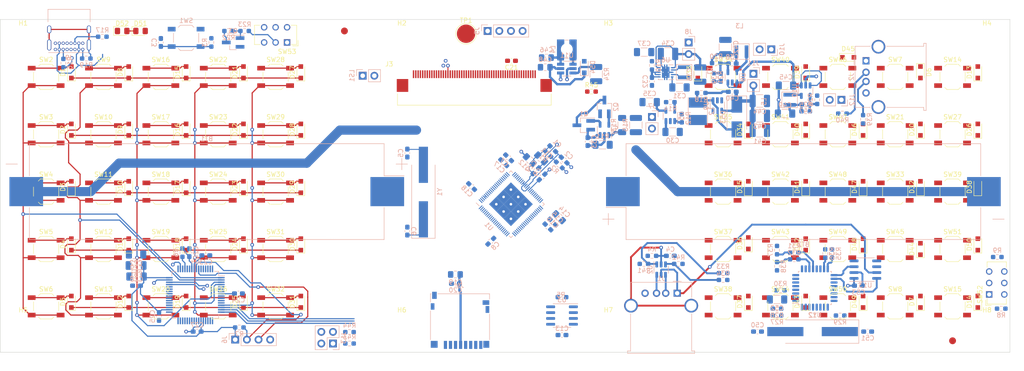
<source format=kicad_pcb>
(kicad_pcb (version 20211014) (generator pcbnew)
  (layers (0 "F.Cu" signal) (31 "B.Cu" signal) (34 "B.Paste" user) (35 "F.Paste" user) (36 "B.SilkS" user "B.Silkscreen") (37 "F.SilkS" user "F.Silkscreen") (38 "B.Mask" user) (39 "F.Mask" user) (44 "Edge.Cuts" user))
  (net 0 "")
  (net 1 "Net-(BT1-Pad1)")
  (net 2 "Net-(BT1-Pad2)")
  (net 3 "/DDR_VREF")
  (net 4 "+2V5")
  (net 5 "GND")
  (net 6 "Net-(C3-Pad2)")
  (net 7 "Net-(C4-Pad2)")
  (net 8 "Net-(C5-Pad1)")
  (net 9 "Net-(C6-Pad1)")
  (net 10 "+1V1")
  (net 11 "+3V3")
  (net 12 "/Keyboard/+3V3_SAMD21")
  (net 13 "+BATT")
  (net 14 "/Power/BATT_SWITCHED")
  (net 15 "Net-(C32-Pad1)")
  (net 16 "Net-(C33-Pad1)")
  (net 17 "Net-(C34-Pad1)")
  (net 18 "/Power/USB_CHG_VBUS")
  (net 19 "Net-(C38-Pad1)")
  (net 20 "Net-(C38-Pad2)")
  (net 21 "Net-(C40-Pad1)")
  (net 22 "Net-(C40-Pad2)")
  (net 23 "Net-(C47-Pad1)")
  (net 24 "Net-(C47-Pad2)")
  (net 25 "LED_BACKLIGHT_K")
  (net 26 "Net-(C51-Pad1)")
  (net 27 "Net-(C50-Pad1)")
  (net 28 "+5V")
  (net 29 "/Keyboard/ROW_1")
  (net 30 "Net-(D1-Pad2)")
  (net 31 "/Keyboard/ROW_2")
  (net 32 "Net-(D2-Pad2)")
  (net 33 "/Keyboard/ROW_3")
  (net 34 "Net-(D3-Pad2)")
  (net 35 "/Keyboard/ROW_4")
  (net 36 "Net-(D4-Pad2)")
  (net 37 "/Keyboard/ROW_5")
  (net 38 "Net-(D5-Pad2)")
  (net 39 "/Keyboard/ROW_6")
  (net 40 "Net-(D6-Pad2)")
  (net 41 "/Keyboard/ROW_7")
  (net 42 "Net-(D7-Pad2)")
  (net 43 "/Keyboard/ROW_8")
  (net 44 "Net-(D8-Pad2)")
  (net 45 "Net-(D9-Pad2)")
  (net 46 "Net-(D10-Pad2)")
  (net 47 "Net-(D11-Pad2)")
  (net 48 "Net-(D12-Pad2)")
  (net 49 "Net-(D13-Pad2)")
  (net 50 "Net-(D14-Pad2)")
  (net 51 "Net-(D15-Pad2)")
  (net 52 "Net-(D16-Pad2)")
  (net 53 "Net-(D17-Pad2)")
  (net 54 "Net-(D18-Pad2)")
  (net 55 "Net-(D19-Pad2)")
  (net 56 "Net-(D20-Pad2)")
  (net 57 "Net-(D21-Pad2)")
  (net 58 "Net-(D22-Pad2)")
  (net 59 "Net-(D23-Pad2)")
  (net 60 "Net-(D24-Pad2)")
  (net 61 "Net-(D25-Pad2)")
  (net 62 "Net-(D26-Pad2)")
  (net 63 "Net-(D27-Pad2)")
  (net 64 "Net-(D28-Pad2)")
  (net 65 "Net-(D29-Pad2)")
  (net 66 "Net-(D30-Pad2)")
  (net 67 "Net-(D31-Pad2)")
  (net 68 "Net-(D32-Pad2)")
  (net 69 "Net-(D33-Pad2)")
  (net 70 "Net-(D34-Pad2)")
  (net 71 "Net-(D35-Pad2)")
  (net 72 "Net-(D36-Pad2)")
  (net 73 "Net-(D37-Pad2)")
  (net 74 "Net-(D38-Pad2)")
  (net 75 "Net-(D39-Pad2)")
  (net 76 "Net-(D40-Pad2)")
  (net 77 "Net-(D41-Pad2)")
  (net 78 "Net-(D42-Pad2)")
  (net 79 "Net-(D43-Pad2)")
  (net 80 "Net-(D44-Pad2)")
  (net 81 "Net-(D45-Pad2)")
  (net 82 "Net-(D46-Pad2)")
  (net 83 "Net-(D47-Pad2)")
  (net 84 "Net-(D48-Pad2)")
  (net 85 "Net-(D49-Pad2)")
  (net 86 "Net-(D50-Pad2)")
  (net 87 "Net-(J1-Pad2)")
  (net 88 "Net-(J1-Pad3)")
  (net 89 "Net-(D53-Pad2)")
  (net 90 "Net-(D54-Pad2)")
  (net 91 "Net-(J9-PadA5)")
  (net 95 "Net-(J9-PadB5)")
  (net 97 "/Power/CHG_STATUS")
  (net 100 "/USB_DM_WIFI")
  (net 101 "/USB_DP_WIFI")
  (net 102 "/USB_VBUS_EXTERNAL")
  (net 103 "Net-(J9-PadS1)")
  (net 104 "Net-(R8-Pad1)")
  (net 105 "LED_BACKLIGHT_A")
  (net 106 "/LCD_D18")
  (net 107 "/LCD_D19")
  (net 108 "/LCD_D20")
  (net 109 "/LCD_D21")
  (net 110 "/LCD_D22")
  (net 111 "/LCD_D23")
  (net 112 "/LCD_D10")
  (net 113 "/LCD_D11")
  (net 114 "/LCD_D12")
  (net 115 "/LCD_D13")
  (net 116 "/LCD_D14")
  (net 117 "/LCD_D15")
  (net 118 "/LCD_D2")
  (net 119 "/LCD_D3")
  (net 120 "/LCD_D4")
  (net 121 "/LCD_D5")
  (net 122 "/LCD_D6")
  (net 123 "/LCD_D7")
  (net 124 "/LCD_CLK")
  (net 125 "/LCD_HSYNC")
  (net 126 "/LCD_VSYNC")
  (net 127 "/LCD_DE")
  (net 128 "/TPX1")
  (net 129 "/TPY1")
  (net 130 "/TPX2")
  (net 131 "/TPY2")
  (net 132 "/SD_DAT2")
  (net 133 "/SD_DAT3")
  (net 134 "/SD_CMD")
  (net 135 "/SD_CLK")
  (net 136 "/SD_DAT0")
  (net 137 "/SD_DAT1")
  (net 138 "/UART_RX")
  (net 139 "/UART_TX")
  (net 140 "/Keyboard/SWD_CLK")
  (net 141 "/Keyboard/SWD_IO")
  (net 143 "Net-(R12-Pad1)")
  (net 144 "Net-(R13-Pad2)")
  (net 145 "Net-(R14-Pad2)")
  (net 146 "Net-(R27-Pad2)")
  (net 147 "Net-(R28-Pad2)")
  (net 148 "Net-(R30-Pad1)")
  (net 149 "Net-(R31-Pad1)")
  (net 150 "Net-(R32-Pad1)")
  (net 151 "Net-(L1-Pad1)")
  (net 152 "Net-(L1-Pad2)")
  (net 153 "Net-(L3-Pad1)")
  (net 154 "Net-(L5-Pad1)")
  (net 155 "/HP_COM")
  (net 156 "/HP_L")
  (net 157 "Net-(Q1-Pad1)")
  (net 158 "Net-(Q1-Pad3)")
  (net 159 "Net-(Q2-Pad1)")
  (net 160 "Net-(Q3-Pad1)")
  (net 161 "/SPI_CS")
  (net 163 "Net-(R33-Pad1)")
  (net 164 "Net-(R34-Pad1)")
  (net 165 "Net-(R35-Pad1)")
  (net 166 "/USB_DP_HOST")
  (net 167 "/KEYBOARD_S1_P0")
  (net 168 "/USB_DM_HOST")
  (net 169 "/KEYBOARD_S1_P1")
  (net 170 "Net-(R23-Pad1)")
  (net 171 "/Keyboard/USB_DP_KEYBOARD")
  (net 172 "/Keyboard/USB_DM_KEYBOARD")
  (net 173 "/USB_DP_EXTERNAL")
  (net 174 "/USB_DM_EXTERNAL")
  (net 175 "Net-(R29-Pad1)")
  (net 176 "Net-(R36-Pad1)")
  (net 177 "/Keyboard/COLUMN_1")
  (net 178 "/Keyboard/COLUMN_2")
  (net 179 "/Keyboard/COLUMN_3")
  (net 180 "/Keyboard/COLUMN_4")
  (net 181 "/Keyboard/COLUMN_5")
  (net 182 "/Keyboard/COLUMN_6")
  (net 183 "/Keyboard/COLUMN_7")
  (net 184 "/Keyboard/COLUMN_8")
  (net 185 "/I2C_SCL")
  (net 186 "/I2C_SDA")
  (net 196 "/SPI_CLK")
  (net 197 "/SPI_MISO")
  (net 198 "/SPI_MOSI")
  (net 207 "/HP_R")
  (net 244 "Net-(U12-Pad17)")
  (net 245 "Net-(U12-Pad18)")
  (net 251 "Net-(J3-Pad10)")
  (net 260 "Net-(R6-Pad2)")
  (net 261 "Net-(R9-Pad1)")
  (footprint "Fiducial:Fiducial_1.5mm_Mask3mm" (layer "F.Cu") (at 75 2.5)
    (fp_text reference "FID1" hide)
    (fp_text value "Fiducial" hide)
  )
  (footprint "Diode_SMD:D_SOD-323_HandSoldering" (layer "F.Cu") (at 163 48.75 90)
    (fp_text reference "D36")
    (fp_text value "1N4148")
  )
  (footprint "Button_Switch_SMD:SW_SPST_TL3342" (layer "F.Cu") (at 195 62.5)
    (fp_text reference "SW8")
    (fp_text value "enter")
  )
  (footprint "Button_Switch_SMD:SW_SPST_TL3342" (layer "F.Cu") (at 182.5 50)
    (fp_text reference "SW49")
    (fp_text value "comma")
  )
  (footprint "Button_Switch_SMD:SW_SPST_TL3342" (layer "F.Cu") (at 207.5 37.5)
    (fp_text reference "SW39")
    (fp_text value "star")
  )
  (footprint "Diode_SMD:D_SOD-323_HandSoldering" (layer "F.Cu") (at 28 49 90)
    (fp_text reference "D11")
    (fp_text value "1N4148")
  )
  (footprint "Diode_SMD:D_SOD-323_HandSoldering" (layer "F.Cu") (at 53 24 90)
    (fp_text reference "D22")
    (fp_text value "1N4148")
  )
  (footprint "Button_Switch_SMD:SW_SPST_TL3342" (layer "F.Cu") (at 22.5 12.5)
    (fp_text reference "SW9")
    (fp_text value "2")
  )
  (footprint "Diode_SMD:D_SOD-323_HandSoldering" (layer "F.Cu") (at 200.5 24 90)
    (fp_text reference "D20")
    (fp_text value "1N4148")
  )
  (footprint "Button_Switch_SMD:SW_SPST_TL3342" (layer "F.Cu") (at 60 62.5)
    (fp_text reference "SW32")
    (fp_text value "space")
  )
  (footprint "Button_Switch_SMD:SW_SPST_TL3342" (layer "F.Cu") (at 157.5 25)
    (fp_text reference "SW35")
    (fp_text value "Y")
  )
  (footprint "Diode_SMD:D_SOD-323_HandSoldering" (layer "F.Cu") (at 200.5 36.5 90)
    (fp_text reference "D32")
    (fp_text value "1N4148")
  )
  (footprint "Diode_SMD:D_SOD-323_HandSoldering" (layer "F.Cu") (at 65.5 11.5 90)
    (fp_text reference "D27")
    (fp_text value "1N4148")
  )
  (footprint "Button_Switch_SMD:SW_SPST_TL3342" (layer "F.Cu") (at 182.5 62.5)
    (fp_text reference "SW50")
    (fp_text value "alt")
  )
  (footprint "Button_Switch_SMD:SW_SPST_TL3342" (layer "F.Cu") (at 35 37.5)
    (fp_text reference "SW18")
    (fp_text value "D")
  )
  (footprint "LED_SMD:LED_0805_2012Metric_Pad1.15x1.40mm_HandSolder" (layer "F.Cu") (at 30.569048 2.5)
    (fp_text reference "D51")
    (fp_text value "Red")
  )
  (footprint "Button_Switch_SMD:SW_SPST_TL3342" (layer "F.Cu") (at 60 25)
    (fp_text reference "SW29")
    (fp_text value "T")
  )
  (footprint "MountingHole:MountingHole_3.2mm_M3" (layer "F.Cu") (at 5 5)
    (fp_text reference "H1")
    (fp_text value "M3")
  )
  (footprint "Diode_SMD:D_SOD-323_HandSoldering" (layer "F.Cu") (at 163 61.5 90)
    (fp_text reference "D37")
    (fp_text value "1N4148")
  )
  (footprint "Button_Switch_SMD:SW_SPST_TL3342" (layer "F.Cu") (at 47.5 50)
    (fp_text reference "SW25")
    (fp_text value "V")
  )
  (footprint "Button_Switch_SMD:SW_SPST_TL3342" (layer "F.Cu") (at 207.5 25)
    (fp_text reference "SW27")
    (fp_text value "P")
  )
  (footprint "TestPoint:TestPoint_Pad_D4.0mm" (layer "F.Cu") (at 101.5 3.1)
    (fp_text reference "TP1")
    (fp_text value "TestPoint_Small")
  )
  (footprint "Diode_SMD:D_SOD-323_HandSoldering" (layer "F.Cu") (at 175.5 36.5 90)
    (fp_text reference "D41")
    (fp_text value "1N4148")
  )
  (footprint "MountingHole:MountingHole_3.2mm_M3" (layer "F.Cu") (at 132.5 67.5)
    (fp_text reference "H7")
    (fp_text value "M3")
  )
  (footprint "Diode_SMD:D_SOD-323_HandSoldering" (layer "F.Cu") (at 15.5 24 90)
    (fp_text reference "D2")
    (fp_text value "1N4148")
  )
  (footprint "Button_Switch_SMD:SW_SPST_TL3342" (layer "F.Cu") (at 157.5 62.5)
    (fp_text reference "SW38")
    (fp_text value "space")
  )
  (footprint "MountingHole:MountingHole_3.2mm_M3" (layer "F.Cu") (at 215 67.5)
    (fp_text reference "H8")
    (fp_text value "M3")
  )
  (footprint "Button_Switch_SMD:SW_SPST_TL3342" (layer "F.Cu") (at 35 25)
    (fp_text reference "SW17")
    (fp_text value "E")
  )
  (footprint "Diode_SMD:D_SOD-323_HandSoldering" (layer "F.Cu") (at 175.5 11.5 90)
    (fp_text reference "D39")
    (fp_text value "1N4148")
  )
  (footprint "MountingHole:MountingHole_3.2mm_M3" (layer "F.Cu") (at 132.5 5)
    (fp_text reference "H3")
    (fp_text value "M3")
  )
  (footprint "Fiducial:Fiducial_1.5mm_Mask3mm" (layer "F.Cu") (at 207.5 70)
    (fp_text reference "FID2" hide)
    (fp_text value "Fiducial" hide)
  )
  (footprint "Diode_SMD:D_SOD-323_HandSoldering" (layer "F.Cu") (at 65.5 24 90)
    (fp_text reference "D28")
    (fp_text value "1N4148")
  )
  (footprint "Diode_SMD:D_SOD-323_HandSoldering" (layer "F.Cu") (at 175.5 61.5 90)
    (fp_text reference "D43")
    (fp_text value "1N4148")
  )
  (footprint "Button_Switch_SMD:SW_SPST_TL3342" (layer "F.Cu") (at 10 25)
    (fp_text reference "SW3")
    (fp_text value "Q")
  )
  (footprint "Diode_SMD:D_SOD-323_HandSoldering" (layer "F.Cu") (at 188 24 90)
    (fp_text reference "D46")
    (fp_text value "1N4148")
  )
  (footprint "Button_Switch_SMD:SW_SPST_TL3342" (layer "F.Cu") (at 22.5 50)
    (fp_text reference "SW12")
    (fp_text value "X")
  )
  (footprint "Button_Switch_SMD:SW_SPST_TL3342" (layer "F.Cu") (at 47.5 25)
    (fp_text reference "SW23")
    (fp_text value "R")
  )
  (footprint "Button_Switch_SMD:SW_SPST_TL3342" (layer "F.Cu") (at 170 25)
    (fp_text reference "SW41")
    (fp_text value "U")
  )
  (footprint "Button_Switch_SMD:SW_SPST_TL3342" (layer "F.Cu") (at 35 12.5)
    (fp_text reference "SW16")
    (fp_text value "3")
  )
  (footprint "MountingHole:MountingHole_3.2mm_M3" (layer "F.Cu") (at 5 67.5)
    (fp_text reference "H5")
    (fp_text value "M3")
  )
  (footprint "Diode_SMD:D_SOD-323_HandSoldering" (layer "F.Cu") (at 40.5 36.5 90)
    (fp_text reference "D17")
    (fp_text value "1N4148")
  )
  (footprint "Diode_SMD:D_SOD-323_HandSoldering" (layer "F.Cu") (at 40.5 11.5 90)
    (fp_text reference "D15")
    (fp_text value "1N4148")
  )
  (footprint "Diode_SMD:D_SOD-323_HandSoldering" (layer "F.Cu") (at 28 11.5 90)
    (fp_text reference "D8")
    (fp_text value "1N4148")
  )
  (footprint "Diode_SMD:D_SOD-323_HandSoldering" (layer "F.Cu") (at 28 61.5 90)
    (fp_text reference "D12")
    (fp_text value "1N4148")
  )
  (footprint "Diode_SMD:D_SOD-323_HandSoldering" (layer "F.Cu") (at 53 61.5 90)
    (fp_text reference "D25")
    (fp_text value "1N4148")
  )
  (footprint "Diode_SMD:D_SOD-323_HandSoldering" (layer "F.Cu") (at 200.5 11.5 -90)
    (fp_text reference "D6")
    (fp_text value "1N4148")
  )
  (footprint "Diode_SMD:D_SOD-323_HandSoldering" (layer "F.Cu") (at 188 36.5 90)
    (fp_text reference "D47")
    (fp_text value "1N4148")
  )
  (footprint "Button_Switch_THT:SW_CuK_JS202011AQN_DPDT_Angled" (layer "F.Cu") (at 215.475 59.9075 90)
    (fp_text reference "SW52")
    (fp_text value "SW_SPST")
  )
  (footprint "Button_Switch_SMD:SW_SPST_TL3342" (layer "F.Cu") (at 47.5 12.5)
    (fp_text reference "SW22")
    (fp_text value "4")
  )
  (footprint "Diode_SMD:D_SOD-323_HandSoldering" (layer "F.Cu") (at 200.5 50 90)
    (fp_text reference "D44")
    (fp_text value "1N4148")
  )
  (footprint "RISRES Library:FFC2B22-54-T" (layer "F.Cu") (at 90.05 11.92)
    (fp_text reference "J3")
    (fp_text value "LQ035NC111")
  )
  (footprint "Diode_SMD:D_SOD-323_HandSoldering" (layer "F.Cu") (at 175.5 24 90)
    (fp_text reference "D40")
    (fp_text value "1N4148")
  )
  (footprint "LED_SMD:LED_0805_2012Metric_Pad1.15x1.40mm_HandSolder" (layer "F.Cu") (at 26.569048 2.5)
    (fp_text reference "D52")
    (fp_text value "Green")
  )
  (footprint "Button_Switch_SMD:SW_SPST_TL3342" (layer "F.Cu") (at 35 50)
    (fp_text reference "SW19")
    (fp_text value "C")
  )
  (footprint "Diode_SMD:D_SOD-323_HandSoldering" (layer "F.Cu") (at 15.5 61.5 90)
    (fp_text reference "D5")
    (fp_text value "1N4148")
  )
  (footprint "Diode_SMD:D_SOD-323_HandSoldering" (layer "F.Cu") (at 53 36.5 90)
    (fp_text reference "D23")
    (fp_text value "1N4148")
  )
  (footprint "Diode_SMD:D_SOD-323_HandSoldering" (layer "F.Cu") (at 213 36.5 90)
    (fp_text reference "D38")
    (fp_text value "1N4148")
  )
  (footprint "Button_Switch_SMD:SW_SPST_TL3342" (layer "F.Cu") (at 10 12.5)
    (fp_text reference "SW2")
    (fp_text value "1")
  )
  (footprint "Button_Switch_SMD:SW_SPST_TL3342" (layer "F.Cu") (at 10 37.5)
    (fp_text reference "SW4")
    (fp_text value "A")
  )
  (footprint "Diode_SMD:D_SOD-323_HandSoldering" (layer "F.Cu") (at 15.5 11.5 90)
    (fp_text reference "D1")
    (fp_text value "1N4148")
  )
  (footprint "Diode_SMD:D_SOD-323_HandSoldering" (layer "F.Cu") (at 40.5 49 90)
    (fp_text reference "D18")
    (fp_text value "1N4148")
  )
  (footprint "Diode_SMD:D_SOD-323_HandSoldering" (layer "F.Cu") (at 53 49 90)
    (fp_text reference "D24")
    (fp_text value "1N4148")
  )
  (footprint "Button_Switch_SMD:SW_SPST_TL3342" (layer "F.Cu") (at 10 62.5)
    (fp_text reference "SW6")
    (fp_text value "shift")
  )
  (footprint "Resistor_SMD:R_0603_1608Metric_Pad0.98x0.95mm_HandSolder" (layer "F.Cu") (at 128.825 15.705)
    (fp_text reference "R45")
    (fp_text value "22k")
  )
  (footprint "Diode_SMD:D_SOD-323_HandSoldering" (layer "F.Cu") (at 188 61.5 90)
    (fp_text reference "D49")
    (fp_text value "1N4148")
  )
  (footprint "Diode_SMD:D_SOD-323_HandSoldering" (layer "F.Cu") (at 200.5 61.5 90)
    (fp_text reference "D7")
    (fp_text value "1N4148")
  )
  (footprint "Button_Switch_SMD:SW_SPST_TL3342" (layer "F.Cu") (at 182.5 25)
    (fp_text reference "SW47")
    (fp_text value "I")
  )
  (footprint "Diode_SMD:D_SOD-323_HandSoldering" (layer "F.Cu") (at 213 11.5 90)
    (fp_text reference "D13")
    (fp_text value "1N4148")
  )
  (footprint "Button_Switch_SMD:SW_SPST_TL3342" (layer "F.Cu") (at 60 50)
    (fp_text reference "SW31")
    (fp_text value "B")
  )
  (footprint "Button_Switch_SMD:SW_SPST_TL3342" (layer "F.Cu") (at 207.5 62.5)
    (fp_text reference "SW15")
    (fp_text value "enter")
  )
  (footprint "Diode_SMD:D_SOD-323_HandSoldering" (layer "F.Cu") (at 40.5 24 90)
    (fp_text reference "D16")
    (fp_text value "1N4148")
  )
  (footprint "Diode_SMD:D_SOD-323_HandSoldering" (layer "F.Cu") (at 163 36.5 90)
    (fp_text reference "D35")
    (fp_text value "1N4148")
  )
  (footprint "Diode_SMD:D_SOD-323_HandSoldering" (layer "F.Cu") (at 184.75 8.25)
    (fp_text reference "D45")
    (fp_text value "1N4148")
  )
  (footprint "Button_Switch_SMD:SW_SPST_TL3342" (layer "F.Cu") (at 195 25)
    (fp_text reference "SW21")
    (fp_text value "O")
  )
  (footprint "Button_Switch_SMD:SW_SPST_TL3342" (layer "F.Cu") (at 182.5 37.5)
    (fp_text reference "SW48")
    (fp_text value "K")
  )
  (footprint "Button_Switch_SMD:SW_SPST_TL3342" (layer "F.Cu") (at 47.5 62.5)
    (fp_text reference "SW26")
    (fp_text value "ctrl")
  )
  (footprint "Diode_SMD:D_SOD-323_HandSoldering" (layer "F.Cu") (at 40.5 61.5 90)
    (fp_text reference "D19")
    (fp_text value "1N4148")
  )
  (footprint "Button_Switch_SMD:SW_SPST_TL3342" (layer "F.Cu") (at 170 37.5)
    (fp_text reference "SW42")
    (fp_text value "J")
  )
  (footprint "Button_Switch_SMD:SW_SPST_TL3342" (layer "F.Cu") (at 47.5 37.5)
    (fp_text reference "SW24")
    (fp_text value "F")
  )
  (footprint "MountingHole:MountingHole_3.2mm_M3" (layer "F.Cu") (at 87.5 5)
    (fp_text reference "H2")
    (fp_text value "M3")
  )
  (footprint "Diode_SMD:D_SOD-323_HandSoldering" (layer "F.Cu") (at 28 36.5 90)
    (fp_text reference "D10")
    (fp_text value "1N4148")
  )
  (footprint "MountingHole:MountingHole_3.2mm_M3" (layer "F.Cu") (at 87.5 67.5)
    (fp_text reference "H6")
    (fp_text value "M3")
  )
  (footprint "Diode_SMD:D_SOD-323_HandSoldering" (layer "F.Cu") (at 152 11.5 90)
    (fp_text reference "D33")
    (fp_text value "1N4148")
  )
  (footprint "Diode_SMD:D_SOD-323_HandSoldering" (layer "F.Cu") (at 65.5 49 90)
    (fp_text reference "D30")
    (fp_text value "1N4148")
  )
  (footprint "Button_Switch_SMD:SW_SPST_TL3342" (layer "F.Cu") (at 22.5 62.5)
    (fp_text reference "SW13")
    (fp_text value "tab")
  )
  (footprint "Button_Switch_SMD:SW_SPST_TL3342" (layer "F.Cu") (at 35 62.5)
    (fp_text reference "SW20")
    (fp_text value "caps lock")
  )
  (footprint "Button_Switch_SMD:SW_SPST_TL3342" (layer "F.Cu") (at 22.5 37.5)
    (fp_text reference "SW11")
    (fp_text value "S")
  )
  (footprint "Diode_SMD:D_SOD-323_HandSoldering" (layer "F.Cu") (at 213 61.5 90)
    (fp_text reference "D14")
    (fp_text value "1N4148")
  )
  (footprint "Button_Switch_SMD:SW_SPST_TL3342" (layer "F.Cu") (at 157.5 12.5)
    (fp_text reference "SW34")
    (fp_text value "6")
  )
  (footprint "Button_Switch_SMD:SW_SPST_TL3342" (layer "F.Cu") (at 182.5 12.5)
    (fp_text reference "SW46")
    (fp_text value "8")
  )
  (footprint "Button_Switch_SMD:SW_SPST_TL3342" (layer "F.Cu") (at 195 37.5)
    (fp_text reference "SW33")
    (fp_text value "L")
  )
  (footprint "Button_Switch_SMD:SW_SPST_TL3342" (layer "F.Cu") (at 170 50)
    (fp_text reference "SW43")
    (fp_text value "M")
  )
  (footprint "Button_Switch_SMD:SW_SPST_TL3342" (layer "F.Cu") (at 207.5 12.5)
    (fp_text reference "SW14")
    (fp_text value "0")
  )
  (footprint "Diode_SMD:D_SOD-323_HandSoldering" (layer "F.Cu") (at 163 24 90)
    (fp_text reference "D34")
    (fp_text value "1N4148")
  )
  (footprint "Button_Switch_SMD:SW_SPST_TL3342" (layer "F.Cu") (at 195 50)
    (fp_text reference "SW45")
    (fp_text value "point")
  )
  (footprint "Button_Switch_SMD:SW_SPST_TL3342" (layer "F.Cu") (at 22.5 25)
    (fp_text reference "SW10")
    (fp_text value "W")
  )
  (footprint "Diode_SMD:D_SOD-323_HandSoldering" (layer "F.Cu") (at 65.5 61.5 90)
    (fp_text reference "D31")
    (fp_text value "1N4148")
  )
  (footprint "Diode_SMD:D_SOD-323_HandSoldering" (layer "F.Cu") (at 213 49 90)
    (fp_text reference "D50")
    (fp_text value "1N4148")
  )
  (footprint "Diode_SMD:D_SOD-323_HandSoldering" (layer "F.Cu") (at 15.5 36.5 90)
    (fp_text reference "D3")
    (fp_text value "1N4148")
  )
  (footprint "MountingHole:MountingHole_3.2mm_M3" (layer "F.Cu") (at 215 5)
    (fp_text reference "H4")
    (fp_text value "M3")
  )
  (footprint "Button_Switch_SMD:SW_SPST_TL3342" (layer "F.Cu") (at 170 62.5)
    (fp_text reference "SW44")
    (fp_text value "empty")
  )
  (footprint "Diode_SMD:D_SOD-323_HandSoldering" (layer "F.Cu") (at 213 24 90)
    (fp_text reference "D26")
    (fp_text value "1N4148")
  )
  (footprint "Diode_SMD:D_SOD-323_HandSoldering" (layer "F.Cu") (at 65.5 36.5 90)
    (fp_text reference "D29")
    (fp_text value "1N4148")
  )
  (footprint "Button_Switch_SMD:SW_SPST_TL3342" (layer "F.Cu") (at 195 12.5)
    (fp_text reference "SW7")
    (fp_text value "9")
  )
  (footprint "Button_Switch_SMD:SW_SPST_TL3342" (layer "F.Cu") (at 157.5 37.5)
    (fp_text reference "SW36")
    (fp_text value "H")
  )
  (footprint "Diode_SMD:D_SOD-323_HandSoldering" (layer "F.Cu") (at 28 24 90)
    (fp_text reference "D9")
    (fp_text value "1N4148")
  )
  (footprint "Button_Switch_SMD:SW_SPST_TL3342" (layer "F.Cu") (at 157.5 50)
    (fp_text reference "SW37")
    (fp_text value "N")
  )
  (footprint "Capacitor_SMD:C_0603_1608Metric_Pad1.08x0.95mm_HandSolder" (layer "F.Cu") (at 111.4 9 180)
    (fp_text reference "C21")
    (fp_text value "100n")
  )
  (footprint "Button_Switch_SMD:SW_SPST_TL3342" (layer "F.Cu") (at 207.5 50)
    (fp_text reference "SW51")
    (fp_text value "dash")
  )
  (footprint "Button_Switch_SMD:SW_SPST_TL3342" (layer "F.Cu") (at 60 37.5)
    (fp_text reference "SW30")
    (fp_text value "G")
  )
  (footprint "Button_Switch_SMD:SW_SPST_TL3342" (layer "F.Cu") (at 170 12.5)
    (fp_text reference "SW40")
    (fp_text value "7")
  )
  (footprint "Diode_SMD:D_SOD-323_HandSoldering" (layer "F.Cu") (at 53 11.5 90)
    (fp_text reference "D21")
    (fp_text value "1N4148")
  )
  (footprint "Diode_SMD:D_SOD-323_HandSoldering" (layer "F.Cu") (at 175.5 49 90)
    (fp_text reference "D42")
    (fp_text value "1N4148")
  )
  (footprint "Diode_SMD:D_SOD-323_HandSoldering" (layer "F.Cu") (at 15.5 49 90)
    (fp_text reference "D4")
    (fp_text value "1N4148")
  )
  (footprint "Button_Switch_SMD:SW_SPST_TL3342" (layer "F.Cu") (at 60 12.5)
    (fp_text reference "SW28")
    (fp_text value "5")
  )
  (footprint "Diode_SMD:D_SOD-323_HandSoldering" (layer "F.Cu") (at 188 49 90)
    (fp_text reference "D48")
    (fp_text value "1N4148")
  )
  (footprint "Button_Switch_THT:SW_CuK_JS202011AQN_DPDT_Angled" (layer "F.Cu") (at 62.5 5 180)
    (fp_text reference "SW53")
    (fp_text value "SW_SPST")
  )
  (footprint "Button_Switch_SMD:SW_SPST_TL3342" (layer "F.Cu") (at 10 50)
    (fp_text reference "SW5")
    (fp_text value "Z")
  )
  (footprint "RISRES Library:USB_A_Molex_67643_Horizontal" (layer "B.Cu") (at 147.5 59.64 180)
    (fp_text reference "J1")
    (fp_text value "Molex 676430910")
  )
  (footprint "Inductor_SMD:L_Taiyo-Yuden_NR-40xx_HandSoldering" (layer "B.Cu") (at 152 20 90)
    (fp_text reference "L2")
    (fp_text value "NRS4018T2R2MDGJ")
  )
  (footprint "Resistor_SMD:R_0603_1608Metric_Pad0.98x0.95mm_HandSolder" (layer "B.Cu") (at 169.25 63)
    (fp_text reference "R28")
    (fp_text value "27R")
  )
  (footprint "Capacitor_SMD:C_0603_1608Metric_Pad1.08x0.95mm_HandSolder" (layer "B.Cu") (at 88.7 46.1 90)
    (fp_text reference "C6")
    (fp_text value "16p")
  )
  (footprint "Resistor_SMD:R_0603_1608Metric_Pad0.98x0.95mm_HandSolder" (layer "B.Cu") (at 39.7 50.8 -90)
    (fp_text reference "R6")
    (fp_text value "10k")
  )
  (footprint "Capacitor_SMD:C_0603_1608Metric_Pad1.08x0.95mm_HandSolder" (layer "B.Cu") (at 120.392452 28.157676 135)
    (fp_text reference "C1")
    (fp_text value "100n")
  )
  (footprint "Capacitor_SMD:C_0603_1608Metric_Pad1.08x0.95mm_HandSolder" (layer "B.Cu") (at 187 58)
    (fp_text reference "C53")
    (fp_text value "100n")
  )
  (footprint "Resistor_SMD:R_0603_1608Metric_Pad0.98x0.95mm_HandSolder" (layer "B.Cu") (at 76.1 68.1 180)
    (fp_text reference "R44")
    (fp_text value "4k7")
  )
  (footprint "Capacitor_SMD:C_1210_3225Metric_Pad1.33x2.70mm_HandSolder" (layer "B.Cu") (at 165.5 21)
    (fp_text reference "C43")
    (fp_text value "10u")
  )
  (footprint "Connector_PinHeader_2.54mm:PinHeader_1x02_P2.54mm_Vertical" (layer "B.Cu") (at 150 5 180)
    (fp_text reference "J8")
    (fp_text value "I meas.")
  )
  (footprint "Resistor_SMD:R_0603_1608Metric_Pad0.98x0.95mm_HandSolder" (layer "B.Cu") (at 173 52.25 180)
    (fp_text reference "R32")
    (fp_text value "27R")
  )
  (footprint "Capacitor_SMD:C_0603_1608Metric_Pad1.08x0.95mm_HandSolder" (layer "B.Cu") (at 189 68)
    (fp_text reference "C51")
    (fp_text value "16p")
  )
  (footprint "Capacitor_SMD:C_0603_1608Metric_Pad1.08x0.95mm_HandSolder" (layer "B.Cu") (at 146 51.5 180)
    (fp_text reference "C4")
    (fp_text value "4n5")
  )
  (footprint "Capacitor_SMD:C_0805_2012Metric_Pad1.18x1.45mm_HandSolder" (layer "B.Cu") (at 117.846868 30.278996 135)
    (fp_text reference "C11")
    (fp_text value "1u")
  )
  (footprint "Capacitor_SMD:C_0603_1608Metric_Pad1.08x0.95mm_HandSolder" (layer "B.Cu") (at 118.059 34.309505 -135)
    (fp_text reference "C9")
    (fp_text value "100n")
  )
  (footprint "Capacitor_SMD:C_0603_1608Metric_Pad1.08x0.95mm_HandSolder" (layer "B.Cu") (at 102.7 36.4 -45)
    (fp_text reference "C18")
    (fp_text value "100n")
  )
  (footprint "Resistor_SMD:R_0603_1608Metric_Pad0.98x0.95mm_HandSolder" (layer "B.Cu") (at 152.75 16)
    (fp_text reference "R18")
    (fp_text value "5R")
  )
  (footprint "Capacitor_SMD:C_1206_3216Metric_Pad1.33x1.80mm_HandSolder" (layer "B.Cu") (at 148 14.8)
    (fp_text reference "C31")
    (fp_text value "4u7")
  )
  (footprint "Resistor_SMD:R_1210_3225Metric_Pad1.30x2.65mm_HandSolder" (layer "B.Cu") (at 129.85 11.9 90)
    (fp_text reference "R24")
    (fp_text value "5R")
  )
  (footprint "Resistor_SMD:R_0603_1608Metric_Pad0.98x0.95mm_HandSolder" (layer "B.Cu") (at 122.4 60.5 180)
    (fp_text reference "R5")
    (fp_text value "3k3")
  )
  (footprint "Capacitor_SMD:C_0805_2012Metric_Pad1.18x1.45mm_HandSolder" (layer "B.Cu") (at 115.371994 30.632549 -45)
    (fp_text reference "C12")
    (fp_text value "1u")
  )
  (footprint "Resistor_SMD:R_0603_1608Metric_Pad0.98x0.95mm_HandSolder" (layer "B.Cu") (at 146 18)
    (fp_text reference "R14")
    (fp_text value "2k")
  )
  (footprint "Capacitor_SMD:C_0603_1608Metric_Pad1.08x0.95mm_HandSolder" (layer "B.Cu") (at 157 12.6 -90)
    (fp_text reference "C39")
    (fp_text value "82p")
  )
  (footprint "Resistor_SMD:R_0603_1608Metric_Pad0.98x0.95mm_HandSolder" (layer "B.Cu") (at 181.25 51 90)
    (fp_text reference "R35")
    (fp_text value "27R")
  )
  (footprint "Resistor_SMD:R_0603_1608Metric_Pad0.98x0.95mm_HandSolder" (layer "B.Cu") (at 53.25 2.5 180)
    (fp_text reference "R23")
    (fp_text value "1k")
  )
  (footprint "Resistor_SMD:R_0603_1608Metric_Pad0.98x0.95mm_HandSolder" (layer "B.Cu") (at 140.25 53.25)
    (fp_text reference "R41")
    (fp_text value "15k")
  )
  (footprint "Resistor_SMD:R_0603_1608Metric_Pad0.98x0.95mm_HandSolder" (layer "B.Cu") (at 188 21.75 90)
    (fp_text reference "R39")
    (fp_text value "15k")
  )
  (footprint "Capacitor_SMD:C_1210_3225Metric_Pad1.33x2.70mm_HandSolder" (layer "B.Cu") (at 152.5 12 -90)
    (fp_text reference "C36")
    (fp_text value "10u")
  )
  (footprint "Package_SO:SOIC-8_3.9x4.9mm_P1.27mm" (layer "B.Cu") (at 122.4 64.5 180)
    (fp_text reference "U3")
    (fp_text value "AT25SF081-SSHF-X")
  )
  (footprint "Capacitor_SMD:C_1206_3216Metric_Pad1.33x1.80mm_HandSolder" (layer "B.Cu") (at 29.6 51.2)
    (fp_text reference "C22")
    (fp_text value "10u")
  )
  (footprint "Capacitor_SMD:C_0603_1608Metric_Pad1.08x0.95mm_HandSolder" (layer "B.Cu") (at 99.18 57.55)
    (fp_text reference "C20")
    (fp_text value "100n")
  )
  (footprint "Package_QFP:TQFP-64_10x10mm_P0.5mm" (layer "B.Cu") (at 42.5 60 180)
    (fp_text reference "U4")
    (fp_text value "ATSAMD21J15B-A")
  )
  (footprint "Resistor_SMD:R_0603_1608Metric_Pad0.98x0.95mm_HandSolder" (layer "B.Cu") (at 179.75 51 90)
    (fp_text reference "R36")
    (fp_text value "27R")
  )
  (footprint "Capacitor_SMD:C_0603_1608Metric_Pad1.08x0.95mm_HandSolder" (layer "B.Cu") (at 128 26.6 90)
    (fp_text reference "C33")
    (fp_text value "100n")
  )
  (footprint "Capacitor_SMD:C_0603_1608Metric_Pad1.08x0.95mm_HandSolder" (layer "B.Cu") (at 88.7 29.1 -90)
    (fp_text reference "C5")
    (fp_text value "16p")
  )
  (footprint "Capacitor_SMD:C_0603_1608Metric_Pad1.08x0.95mm_HandSolder" (layer "B.Cu") (at 122.4 68.75 180)
    (fp_text reference "C13")
    (fp_text value "100n")
  )
  (footprint "Resistor_SMD:R_0603_1608Metric_Pad0.98x0.95mm_HandSolder" (layer "B.Cu") (at 76.1 70.6 180)
    (fp_text reference "R43")
    (fp_text value "4k7")
  )
  (footprint "Crystal:Crystal_SMD_HC49-SD_HandSoldering" (layer "B.Cu") (at 177 68 180)
    (fp_text reference "Y2")
    (fp_text value "6.000 MHz")
  )
  (footprint "Package_TO_SOT_SMD:SOT-23-5" (layer "B.Cu") (at 156.25 18.75 -90)
    (fp_text reference "U9")
    (fp_text value "TPS613222ADBV")
  )
  (footprint "Capacitor_SMD:C_0603_1608Metric_Pad1.08x0.95mm_HandSolder" (layer "B.Cu") (at 44.8 51.4)
    (fp_text reference "C23")
    (fp_text value "100n")
  )
  (footprint "Connector_PinHeader_2.54mm:PinHeader_1x04_P2.54mm_Vertical" (layer "B.Cu") (at 51.2 69.75 -90)
    (fp_text reference "J6")
    (fp_text value "Serial Wire Debug")
  )
  (footprint "Connector_PinHeader_2.54mm:PinHeader_1x04_P2.54mm_Vertical" (layer "B.Cu") (at 106.2 2.5 -90)
    (fp_text reference "J5")
    (fp_text value "UART console")
  )
  (footprint "RISRES Library:QFN-88_EP_10x10_Pitch0.4mm" (layer "B.Cu") (at 111.270775 40.249201 -45)
    (fp_text reference "U1")
    (fp_text value "F1C200s")
  )
  (footprint "Capacitor_SMD:C_0603_1608Metric_Pad1.08x0.95mm_HandSolder" (layer "B.Cu") (at 42.9 68 180)
    (fp_text reference "C27")
    (fp_text value "100n")
  )
  (footprint "Capacitor_SMD:C_0603_1608Metric_Pad1.08x0.95mm_HandSolder" (layer "B.Cu") (at 122.867326 30.632549 135)
    (fp_text reference "C2")
    (fp_text value "100n")
  )
  (footprint "Capacitor_SMD:C_0603_1608Metric_Pad1.08x0.95mm_HandSolder" (layer "B.Cu") (at 120.392452 44.138289 135)
    (fp_text reference "C15")
    (fp_text value "100n")
  )
  (footprint "Resistor_SMD:R_0603_1608Metric_Pad0.98x0.95mm_HandSolder" (layer "B.Cu") (at 218.1 63)
    (fp_text reference "R8")
    (fp_text value "47k")
  )
  (footprint "Capacitor_SMD:C_1210_3225Metric_Pad1.33x2.70mm_HandSolder" (layer "B.Cu") (at 145.5 7.5 180)
    (fp_text reference "C34")
    (fp_text value "10u")
  )
  (footprint "Resistor_SMD:R_0603_1608Metric_Pad0.98x0.95mm_HandSolder" (layer "B.Cu") (at 52.1 67.1)
    (fp_text reference "R7")
    (fp_text value "1k")
  )
  (footprint "Capacitor_SMD:C_1210_3225Metric_Pad1.33x2.70mm_HandSolder" (layer "B.Cu") (at 165.5 24.25)
    (fp_text reference "C41")
    (fp_text value "10u")
  )
  (footprint "Connector_Card:microSD_HC_Hirose_DM3D-SF" (layer "B.Cu") (at 100.18 65.55 180)
    (fp_text reference "J4")
    (fp_text value "Micro_SD_Card")
  )
  (footprint "Resistor_SMD:R_0603_1608Metric_Pad0.98x0.95mm_HandSolder" (layer "B.Cu") (at 169.25 53.75 90)
    (fp_text reference "R38")
    (fp_text value "15k")
  )
  (footprint "Capacitor_SMD:C_0603_1608Metric_Pad1.08x0.95mm_HandSolder" (layer "B.Cu") (at 35 5 -90)
    (fp_text reference "C3")
    (fp_text value "100n")
  )
  (footprint "Resistor_SMD:R_0603_1608Metric_Pad0.98x0.95mm_HandSolder" (layer "B.Cu") (at 119.331792 29.218336 -45)
    (fp_text reference "R1")
    (fp_text value "2k 1%")
  )
  (footprint "Capacitor_SMD:C_0603_1608Metric_Pad1.08x0.95mm_HandSolder" (layer "B.Cu") (at 119.331792 45.198949 135)
    (fp_text reference "C16")
    (fp_text value "100n")
  )
  (footprint "Capacitor_SMD:C_1206_3216Metric_Pad1.33x1.80mm_HandSolder" (layer "B.Cu") (at 29.7 56 180)
    (fp_text reference "C29")
    (fp_text value "10u")
  )
  (footprint "Resistor_SMD:R_0603_1608Metric_Pad0.98x0.95mm_HandSolder" (layer "B.Cu") (at 175.5 20 180)
    (fp_text reference "R25")
    (fp_text value "240k")
  )
  (footprint "Capacitor_SMD:C_1210_3225Metric_Pad1.33x2.70mm_HandSolder" (layer "B.Cu") (at 165.5 17.75)
    (fp_text reference "C44")
    (fp_text value "10u")
  )
  (footprint "Package_TO_SOT_SMD:SOT-23-5" (layer "B.Cu") (at 131.65 24.05 90)
    (fp_text reference "U7")
    (fp_text value "AP9101CK-AATRG1")
  )
  (footprint "Diode_SMD:D_SMB_Handsoldering" (layer "B.Cu") (at 160.5 21.25 -90)
    (fp_text reference "D53")
    (fp_text value "SS34B-HF")
  )
  (footprint "RISRES Library:USB_A_Molex_67643_Horizontal" (layer "B.Cu") (at 188.64 9 -90)
    (fp_text reference "J2")
    (fp_text value "Molex 676430910")
  )
  (footprint "RISRES Library:L_SMD_3030" (layer "B.Cu") (at 172 16.4 -90)
    (fp_text reference "L5")
    (fp_text value "LQH3NPN4R7MMEL")
  )
  (footprint "Capacitor_SMD:C_0603_1608Metric_Pad1.08x0.95mm_HandSolder" (layer "B.Cu") (at 34.6 64.7 -90)
    (fp_text reference "C25")
    (fp_text value "100n")
  )
  (footprint "Package_TO_SOT_SMD:SOT-23_Handsoldering" (layer "B.Cu") (at 131.65 19.05 90)
    (fp_text reference "Q2")
    (fp_text value "DMN2046U-7")
  )
  (footprint "Capacitor_SMD:C_0603_1608Metric_Pad1.08x0.95mm_HandSolder" (layer "B.Cu") (at 159.5 15.75)
    (fp_text reference "C40")
    (fp_text value "120p")
  )
  (footprint "Connector_PinHeader_2.54mm:PinHeader_1x02_P2.54mm_Vertical" (layer "B.Cu") (at 183.275 17.5 90)
    (fp_text reference "J12")
    (fp_text value "I meas.")
  )
  (footprint "Connector_PinHeader_2.54mm:PinHeader_1x02_P2.54mm_Vertical" (layer "B.Cu") (at 78.975 12.25 -90)
    (fp_text reference "LS1")
    (fp_text value "Soberton SP-1609-2")
  )
  (footprint "Capacitor_SMD:C_0603_1608Metric_Pad1.08x0.95mm_HandSolder" (layer "B.Cu") (at 51.9 59.7)
    (fp_text reference "C24")
    (fp_text value "100n")
  )
  (footprint "Resistor_SMD:R_0603_1608Metric_Pad0.98x0.95mm_HandSolder" (layer "B.Cu") (at 156 9.5 180)
    (fp_text reference "R20")
    (fp_text value "806k")
  )
  (footprint "Resistor_SMD:R_0603_1608Metric_Pad0.98x0.95mm_HandSolder" (layer "B.Cu") (at 170 59 180)
    (fp_text reference "R30")
    (fp_text value "4k7")
  )
  (footprint "RISRES Library:L_SMD_3030" (layer "B.Cu") (at 162.6 7 180)
    (fp_text reference "L3")
    (fp_text value "LQH3NPN100MMEL")
  )
  (footprint "Resistor_SMD:R_0603_1608Metric_Pad0.98x0.95mm_HandSolder" (layer "B.Cu") (at 18.75 8.5)
    (fp_text reference "R19")
    (fp_text value "1M")
  )
  (footprint "Capacitor_SMD:C_1206_3216Metric_Pad1.33x1.80mm_HandSolder" (layer "B.Cu") (at 169.25 61)
    (fp_text reference "C52")
    (fp_text value "4u7")
  )
  (footprint "Resistor_SMD:R_0603_1608Metric_Pad0.98x0.95mm_HandSolder" (layer "B.Cu") (at 147.75 53.25 180)
    (fp_text reference "R42")
    (fp_text value "15k")
  )
  (footprint "Capacitor_SMD:C_1206_3216Metric_Pad1.33x1.80mm_HandSolder" (layer "B.Cu") (at 141.5 18 180)
    (fp_text reference "C35")
    (fp_text value "4u7")
  )
  (footprint "Capacitor_SMD:C_0603_1608Metric_Pad1.08x0.95mm_HandSolder" (layer "B.Cu") (at 116.715497 32.966002 -135)
    (fp_text reference "C10")
    (fp_text value "100n")
  )
  (footprint "RISRES Library:L_SMD_3030" (layer "B.Cu") (at 149 12.6 90)
    (fp_text reference "L1")
    (fp_text value "LQH3NPN2R2MJRL")
  )
  (footprint "Resistor_SMD:R_0603_1608Metric_Pad0.98x0.95mm_HandSolder" (layer "B.Cu") (at 142 10 90)
    (fp_text reference "R10")
    (fp_text value "100R")
  )
  (footprint "Package_QFP:LQFP-32_7x7mm_P0.8mm" (layer "B.Cu") (at 177.5 58.5)
    (fp_text reference "U12")
    (fp_text value "TUSB2036")
  )
  (footprint "Capacitor_SMD:C_0603_1608Metric_Pad1.08x0.95mm_HandSolder" (layer "B.Cu") (at 159.5 9.6 180)
    (fp_text reference "C38")
    (fp_text value "22p")
  )
  (footprint "Battery:BatteryHolder_Keystone_1042_1x18650" (layer "B.Cu") (at 45 37.5 180)
    (fp_text reference "BT1")
    (fp_text value "18650")
  )
  (footprint "Connector_USB:USB_C_Receptacle_GCT_USB4085" (layer "B.Cu") (at 12.025 6.525)
    (fp_text reference "J9")
    (fp_text value "USB4085-GF-A")
  )
  (footprint "Resistor_SMD:R_0603_1608Metric_Pad0.98x0.95mm_HandSolder" (layer "B.Cu") (at 148.5 21.5 90)
    (fp_text reference "R12")
    (fp_text value "470R")
  )
  (footprint "Package_TO_SOT_SMD:SOT-23-5" (layer "B.Cu") (at 146 21 90)
    (fp_text reference "U5")
    (fp_text value "MCP73831-2-OT")
  )
  (footprint "Capacitor_SMD:C_0603_1608Metric_Pad1.08x0.95mm_HandSolder" (layer "B.Cu") (at 175.5 18.5)
    (fp_text reference "C47")
    (fp_text value "68p")
  )
  (footprint "Capacitor_SMD:C_1206_3216Metric_Pad1.33x1.80mm_HandSolder" (layer "B.Cu") (at 171 20.5 180)
    (fp_text reference "C49")
    (fp_text value "10u")
  )
  (footprint "Package_SON:Texas_DRC0010J_ThermalVias" (layer "B.Cu") (at 145 11.5 180)
    (fp_text reference "U6")
    (fp_text value "TPS63001")
  )
  (footprint "Capacitor_SMD:C_0603_1608Metric_Pad1.08x0.95mm_HandSolder" (layer "B.Cu") (at 142 13.5 -90)
    (fp_text reference "C32")
    (fp_text value "100n")
  )
  (footprint "Resistor_SMD:R_0603_1608Metric_Pad0.98x0.95mm_HandSolder" (layer "B.Cu") (at 49.75 2.5)
    (fp_text reference "R22")
    (fp_text value "47k")
  )
  (footprint "Capacitor_SMD:C_1206_3216Metric_Pad1.33x1.80mm_HandSolder" (layer "B.Cu") (at 140.3 7.1 180)
    (fp_text reference "C37")
    (fp_text value "4u7")
  )
  (footprint "Capacitor_SMD:C_0603_1608Metric_Pad1.08x0.95mm_HandSolder" (layer "B.Cu") (at 29.7 58 180)
    (fp_text reference "C28")
    (fp_text value "1u")
  )
  (footprint "Resistor_SMD:R_0603_1608Metric_Pad0.98x0.95mm_HandSolder" (layer "B.Cu") (at 22.25 3.75 180)
    (fp_text reference "R17")
    (fp_text value "5k11")
  )
  (footprint "Connector_PinHeader_2.54mm:PinHeader_1x02_P2.54mm_Vertical" (layer "B.Cu") (at 142 21.225 180)
    (fp_text reference "J7")
    (fp_text value "I meas.")
  )
  (footprint "Resistor_SMD:R_0603_1608Metric_Pad0.98x0.95mm_HandSolder" (layer "B.Cu") (at 169.25 50.25 -90)
    (fp_text reference "R37")
    (fp_text value "15k")
  )
  (footprint "Capacitor_SMD:C_0603_1608Metric_Pad1.08x0.95mm_HandSolder" (layer "B.Cu") (at 110.76066 30.13934 -45)
    (fp_text reference "C7")
    (fp_text value "100n")
  )
  (footprint "Connector_PinHeader_2.54mm:PinHeader_1x02_P2.54mm_Vertical" (layer "B.Cu") (at 168 6.5 90)
    (fp_text reference "J10")
    (fp_text value "I meas.")
  )
  (footprint "Resistor_SMD:R_0603_1608Metric_Pad0.98x0.95mm_HandSolder" (layer "B.Cu") (at 46 5 -90)
    (fp_text reference "R3")
    (fp_text value "22k")
  )
  (footprint "Capacitor_SMD:C_1210_3225Metric_Pad1.33x2.70mm_HandSolder" (layer "B.Cu") (at 158 6 90)
    (fp_text reference "C42")
    (fp_text value "22u")
  )
  (footprint "Resistor_SMD:R_0603_1608Metric_Pad0.98x0.95mm_HandSolder" (layer "B.Cu") (at 217.25 51.75 180)
    (fp_text reference "R9")
    (fp_text value "2k2")
  )
  (footprint "Resistor_SMD:R_1210_3225Metric_Pad1.30x2.65mm_HandSolder" (layer "B.Cu") (at 138.5 23 -90)
    (fp_text reference "R15")
    (fp_text value "0R")
  )
  (footprint "Resistor_SMD:R_0603_1608Metric_Pad0.98x0.95mm_HandSolder" (layer "B.Cu") (at 169.25 64.5)
    (fp_text reference "R27")
    (fp_text value "27R")
  )
  (footprint "Resistor_SMD:R_0603_1608Metric_Pad0.98x0.95mm_HandSolder" (layer "B.Cu") (at 157.5 55.25 180)
    (fp_text reference "R33")
    (fp_text value "27R")
  )
  (footprint "Connector_PinHeader_2.54mm:PinHeader_1x02_P2.54mm_Vertical" (layer "B.Cu") (at 164.1 11.825 180)
    (fp_text reference "J11")
    (fp_text value "I meas.")
  )
  (footprint "Inductor_SMD:L_1206_3216Metric_Pad1.22x1.90mm_HandSolder" (layer "B.Cu") (at 29.6 53.6)
    (fp_text reference "FB1")
    (fp_text value "10u")
  )
  (footprint "Capacitor_SMD:C_0603_1608Metric_Pad1.08x0.95mm_HandSolder" (layer "B.Cu") (at 109.7 31.2 -45)
    (fp_text reference "C17")
    (fp_text value "100n")
  )
  (footprint "Package_TO_SOT_SMD:SOT-23_Handsoldering" (layer "B.Cu") (at 127.15 23.05 180)
    (fp_text reference "Q1")
    (fp_text value "DMN2046U-7")
  )
  (footprint "Capacitor_SMD:C_0805_2012Metric_Pad1.18x1.45mm_HandSolder" (layer "B.Cu") (at 121.735955 43.077629 135)
    (fp_text reference "C14")
    (fp_text value "2u2")
  )
  (footprint "Connector_PinHeader_2.54mm:PinHeader_2x02_P2.54mm_Vertical" (layer "B.Cu") (at 72.5 70.6 90)
    (fp_text reference "J13")
    (fp_text value "I2C keyboard")
  )
  (footprint "Package_TO_SOT_SMD:SOT-23_Handsoldering" (layer "B.Cu") (at 50.75 5 180)
    (fp_text reference "Q3")
    (fp_text value "DMP2120U-7")
  )
  (footprint "Resistor_SMD:R_0603_1608Metric_Pad0.98x0.95mm_HandSolder" (layer "B.Cu") (at 178 17.5 -90)
    (fp_text reference "R26")
    (fp_text value "200k")
  )
  (footprint "Button_Switch_SMD:SW_SPST_TL3342" (layer "B.Cu") (at 40.5 4 180)
    (fp_text reference "SW1")
    (fp_text value "TL3342F260QG")
  )
  (footprint "Diode_SMD:D_SOD-323_HandSoldering" (layer "B.Cu") (at 127.25 10.35 90)
    (fp_text reference "D54")
    (fp_text value "B0540WS")
  )
  (footprint "Capacitor_SMD:C_0805_2012Metric_Pad1.18x1.45mm_HandSolder" (layer "B.Cu") (at 119 8.3 180)
    (fp_text reference "C46")
    (fp_text value "1u")
  )
  (footprint "Resistor_SMD:R_0603_1608Metric_Pad0.98x0.95mm_HandSolder" (layer "B.Cu") (at 183 64.5)
    (fp_text reference "R29")
    (fp_text value "1k5")
  )
  (footprint "Capacitor_SMD:C_0603_1608Metric_Pad1.08x0.95mm_HandSolder" (layer "B.Cu") (at 41.2 50.8 90)
    (fp_text reference "C26")
    (fp_text value "100n")
  )
  (footprint "Capacitor_SMD:C_1206_3216Metric_Pad1.33x1.80mm_HandSolder" (layer "B.Cu") (at 146.5 24.5)
    (fp_text reference "C30")
    (fp_text value "4u7")
  )
  (footprint "Resistor_SMD:R_0603_1608Metric_Pad0.98x0.95mm_HandSolder" (layer "B.Cu") (at 142 51.5 180)
    (fp_text reference "R4")
    (fp_text value "1M")
  )
  (footprint "Crystal:Crystal_SMD_HC49-SD_HandSoldering" (layer "B.Cu") (at 92.2 37.6 90)
    (fp_text reference "Y1")
    (fp_text value "24.000 MHz")
  )
  (footprint "Resistor_SMD:R_0603_1608Metric_Pad0.98x0.95mm_HandSolder" (layer "B.Cu") (at 173 50.75 180)
    (fp_text reference "R31")
    (fp_text value "27R")
  )
  (footprint "Package_TO_SOT_SMD:SOT-23-6_Handsoldering" (layer "B.Cu") (at 123.45 10.7 180)
    (fp_text reference "U11")
    (fp_text value "AP5723WG-7")
  )
  (footprint "Package_TO_SOT_SMD:TSOT-23-5" (layer "B.Cu") (at 159.5 12.6 90)
    (fp_text reference "U8")
    (fp_text value "LM3670MF")
  )
  (footprint "Capacitor_SMD:C_0603_1608Metric_Pad1.08x0.95mm_HandSolder" (layer "B.Cu") (at 165 68 180)
    (fp_text reference "C50")
    (fp_text value "16p")
  )
  (footprint "Resistor_SMD:R_1206_3216Metric_Pad1.30x1.75mm_HandSolder" (layer "B.Cu") (at 135.5 23 -90)
    (fp_text reference "R13")
    (fp_text value "2k7")
  )
  (footprint "Inductor_SMD:L_Wuerth_WE-TPC-3816" (layer "B.Cu") (at 123.45 6.5 -90)
    (fp_text reference "L4")
    (fp_text value "744031220")
  )
  (footprint "Package_SO:SOIC-8_3.9x4.9mm_P1.27mm" (layer "B.Cu") (at 188.5 54.5)
    (fp_text reference "U13")
    (fp_text value "TPS2042D")
  )
  (footprint "Package_TO_SOT_SMD:TSOT-23-5" (layer "B.Cu") (at 175.5 15.5 -90)
    (fp_text reference "U10")
    (fp_text value "LM3670MF")
  )
  (footprint "Package_TO_SOT_SMD:SOT-23-6" (layer "B.Cu") (at 144 54.5 -90)
    (fp_text reference "U2")
    (fp_text value "USBLC6-2SC6")
  )
  (footprint "Resistor_SMD:R_1206_3216Metric_Pad1.30x1.75mm_HandSolder" (layer "B.Cu") (at 131.25 27.3 180)
    (fp_text reference "R11")
    (fp_text value "330R")
  )
  (footprint "Capacitor_SMD:C_1206_3216Metric_Pad1.33x1.80mm_HandSolder" (layer "B.Cu") (at 171.2 14.4 180)
    (fp_text reference "C45")
    (fp_text value "4u7")
  )
  (footprint "Capacitor_SMD:C_0805_2012Metric_Pad1.18x1.45mm_HandSolder" (layer "B.Cu") (at 99.18 55.55)
    (fp_text reference "C19")
    (fp_text value "4u7")
  )
  (footprint "Resistor_SMD:R_0603_1608Metric_Pad0.98x0.95mm_HandSolder" (layer "B.Cu") (at 157.5 56.75 180)
    (fp_text reference "R34")
    (fp_text value "27R")
  )
  (footprint "Battery:BatteryHolder_Keystone_1042_1x18650" (layer "B.Cu") (at 175 37.5)
    (fp_text reference "BT2")
    (fp_text value "18650")
  )
  (footprint "Resistor_SMD:R_0603_1608Metric_Pad0.98x0.95mm_HandSolder" (layer "B.Cu") (at 13.75 9.5 90)
    (fp_text reference "R16")
    (fp_text value "5k11")
  )
  (footprint "Resistor_SMD:R_0603_1608Metric_Pad0.98x0.95mm_HandSolder" (layer "B.Cu") (at 183.5 20.5)
    (fp_text reference "R40")
    (fp_text value "15k")
  )
  (footprint "Resistor_SMD:R_0603_1608Metric_Pad0.98x0.95mm_HandSolder" (layer "B.Cu") (at 121.806666 31.693209 -45)
    (fp_text reference "R2")
    (fp_text value "2k 1%")
  )
  (footprint "Capacitor_SMD:C_0603_1608Metric_Pad1.08x0.95mm_HandSolder" (layer "B.Cu") (at 106.886713 48.310219 45)
    (fp_text reference "C8")
    (fp_text value "100n")
  )
  (footprint "Resistor_SMD:R_0603_1608Metric_Pad0.98x0.95mm_HandSolder" (layer "B.Cu") (at 155.5 12.6 90)
    (fp_text reference "R21")
    (fp_text value "200k")
  )
  (footprint "Capacitor_SMD:C_0805_2012Metric_Pad1.18x1.45mm_HandSolder" (layer "B.Cu") (at 118.75 10.4 180)
    (fp_text reference "C48")
    (fp_text value "1u")
  )
  (gr_line (start 0 72.5) (end 220 72.5) (layer "Edge.Cuts") (width 0.1))
  (gr_line (start 220 0) (end 0 0) (layer "Edge.Cuts") (width 0.1))
  (gr_line (start 220 72.5) (end 220 0) (layer "Edge.Cuts") (width 0.1))
  (gr_line (start 0 0) (end 0 72.5) (layer "Edge.Cuts") (width 0.1))
  (segment (start 74 24.1) (end 90.7 24.1) (width 2) (layer "B.Cu") (net 2))
  (segment (start 130.0125 25.1875) (end 129.4625 25.7375) (width 0.5) (layer "B.Cu") (net 2))
  (segment (start 19.7 37.5) (end 25.9 31.3) (width 2) (layer "B.Cu") (net 2))
  (segment (start 130.7 25.1875) (end 130.0125 25.1875) (width 0.5) (layer "B.Cu") (net 2))
  (segment (start 128.4 24) (end 128.65 24) (width 0.5) (layer "B.Cu") (net 2))
  (segment (start 66.8 31.3) (end 74 24.1) (width 2) (layer "B.Cu") (net 2))
  (segment (start 147.6 37.5) (end 138.5 28.4) (width 2) (layer "B.Cu") (net 2))
  (segment (start 128 25.7375) (end 128 24.4) (width 0.5) (layer "B.Cu") (net 2))
  (segment (start 25.9 31.3) (end 66.8 31.3) (width 2) (layer "B.Cu") (net 2))
  (segment (start 128 24.4) (end 128.4 24) (width 0.5) (layer "B.Cu") (net 2))
  (segment (start 5.67 37.5) (end 19.7 37.5) (width 2) (layer "B.Cu") (net 2))
  (segment (start 214.33 37.5) (end 147.6 37.5) (width 2) (layer "B.Cu") (net 2))
  (segment (start 129.4625 25.7375) (end 128 25.7375) (width 0.5) (layer "B.Cu") (net 2))
  (segment (start 119.977027 29.863571) (end 120.533873 30.420417) (width 0.2) (layer "B.Cu") (net 3))
  (segment (start 116.079101 35.158033) (end 116.079101 34.87519) (width 0.2) (layer "B.Cu") (net 3))
  (segment (start 114.770953 36.46618) (end 116.079101 35.158033) (width 0.2) (layer "B.Cu") (net 3))
  (segment (start 116.079101 34.87519) (end 120.533873 30.420417) (width 0.2) (layer "B.Cu") (net 3))
  (segment (start 121.161431 31.047974) (end 120.533873 30.420417) (width 0.2) (layer "B.Cu") (net 3))
  (segment (start 121.594534 29.359757) (end 121.002332 28.767555) (width 0.2) (layer "B.Cu") (net 3))
  (segment (start 122.257446 30.02267) (end 121.594534 29.359757) (width 0.2) (layer "B.Cu") (net 3))
  (segment (start 120.533873 30.420417) (end 121.594534 29.359757) (width 0.2) (layer "B.Cu") (net 3))
  (segment (start 115.371994 34.733769) (end 115.371994 34.309505) (width 0.2) (layer "B.Cu") (net 4))
  (segment (start 116.220522 30.438095) (end 116.220522 31.251268) (width 0.2) (layer "B.Cu") (net 4))
  (segment (start 114.205268 35.900495) (end 115.371994 34.733769) (width 0.2) (layer "B.Cu") (net 4))
  (segment (start 118.686557 28.573101) (end 118.686557 28.590778) (width 0.2) (layer "B.Cu") (net 4))
  (segment (start 114.028491 37.350064) (end 113.604227 36.9258) (width 0.2) (layer "B.Cu") (net 4))
  (segment (start 114.452755 37.350064) (end 114.028491 37.350064) (width 0.2) (layer "B.Cu") (net 4))
  (segment (start 116.052584 31.366173) (end 116.105617 31.366173) (width 0.2) (layer "B.Cu") (net 4))
  (segment (start 116.105617 33.575881) (end 115.301283 32.771547) (width 0.2) (layer "B.Cu") (net 4))
  (segment (start 118.421392 28.573101) (end 117.44912 29.545373) (width 0.2) (layer "B.Cu") (net 4))
  (segment (start 115.301283 32.771547) (end 115.301283 32.117474) (width 0.2) (layer "B.Cu") (net 4))
  (segment (start 115.371994 34.309505) (end 116.105617 33.575881) (width 0.2) (layer "B.Cu") (net 4))
  (segment (start 116.220522 31.251268) (end 116.105617 31.366173) (width 0.2) (layer "B.Cu") (net 4))
  (segment (start 117.113244 29.545373) (end 116.220522 30.438095) (width 0.2) (layer "B.Cu") (net 4))
  (segment (start 113.604227 36.9258) (end 113.604227 36.501536) (width 0.2) (layer "B.Cu") (net 4))
  (segment (start 117.44912 29.545373) (end 117.113244 29.545373) (width 0.2) (layer "B.Cu") (net 4))
  (segment (start 113.604227 36.501536) (end 114.205268 35.900495) (width 0.2) (layer "B.Cu") (net 4))
  (segment (start 114.48811 36.183337) (end 113.922425 35.617652) (width 0.2) (layer "B.Cu") (net 4))
  (segment (start 115.053796 36.749023) (end 114.452755 37.350064) (width 0.2) (layer "B.Cu") (net 4))
  (segment (start 115.301283 32.117474) (end 116.052584 31.366173) (width 0.2) (layer "B.Cu") (net 4))
  (segment (start 118.757268 28.573101) (end 118.686557 28.573101) (width 0.2) (layer "B.Cu") (net 4))
  (segment (start 118.686557 28.573101) (end 118.421392 28.573101) (width 0.2) (layer "B.Cu") (net 4))
  (segment (start 119.782573 27.547796) (end 118.757268 28.573101) (width 0.2) (layer "B.Cu") (net 4))
  (via (at 33.5 57.4) (size 0.8) (drill 0.4) (layers "F.Cu" "B.Cu") (net 5))
  (via (at 119.685345 32.683159) (size 0.8) (drill 0.4) (layers "F.Cu" "B.Cu") (net 5))
  (via (at 113.533516 28.794072) (size 0.8) (drill 0.4) (layers "F.Cu" "B.Cu") (net 5))
  (via (at 40.5 68) (size 0.8) (drill 0.4) (layers "F.Cu" "B.Cu") (net 5))
  (via (at 15.6 8.4) (size 0.8) (drill 0.4) (layers "F.Cu" "B.Cu") (net 5))
  (via (at 121.311691 27.238437) (size 0.8) (drill 0.4) (layers "F.Cu" "B.Cu") (net 5))
  (via (at 123.362301 33.248844) (size 0.8) (drill 0.4) (layers "F.Cu" "B.Cu") (net 5))
  (via (at 184.7 58) (size 0.8) (drill 0.4) (layers "F.Cu" "B.Cu") (net 5))
  (via (at 124.422961 32.188184) (size 0.8) (drill 0.4) (layers "F.Cu" "B.Cu") (net 5))
  (via (at 123.5 13.05) (size 0.8) (drill 0.4) (layers "F.Cu" "B.Cu") (net 5))
  (via (at 177.8 12.4) (size 0.8) (drill 0.4) (layers "F.Cu" "B.Cu") (net 5))
  (via (at 169.6 17.5) (size 0.8) (drill 0.4) (layers "F.Cu" "B.Cu") (net 5))
  (segment (start 43.215006 67) (end 42.3 67) (width 0.25) (layer "B.Cu") (net 5))
  (segment (start 17.975 8.3625) (end 17.8375 8.5) (width 0.25) (layer "B.Cu") (net 5))
  (segment (start 114.638371 29.898926) (end 113.533516 28.794072) (width 0.3) (layer "B.Cu") (net 5))
  (segment (start 123.8 10.7) (end 123.5 11) (width 0.5) (layer "B.Cu") (net 5))
  (segment (start 118.766107 29.925442) (end 118.766107 29.784021) (width 0.2) (layer "B.Cu") (net 5))
  (segment (start 144.5 11) (end 145 11.5) (width 0.25) (layer "B.Cu") (net 5))
  (segment (start 43.75 66.465006) (end 43.215006 67) (width 0.25) (layer "B.Cu") (net 5))
  (segment (start 15.5 9.4) (end 15.6 9.3) (width 0.25) (layer "B.Cu") (net 5))
  (segment (start 143.6 11) (end 144.5 11) (width 0.25) (layer "B.Cu") (net 5))
  (segment (start 175.5 14.3625) (end 175.5 12.9) (width 0.5) (layer "B.Cu") (net 5))
  (segment (start 15.6 9.3) (end 15.6 8.4) (width 0.25) (layer "B.Cu") (net 5))
  (segment (start 43.75 65.6625) (end 43.75 66.465006) (width 0.25) (layer "B.Cu") (net 5))
  (segment (start 34.15 56.75) (end 33.5 57.4) (width 0.25) (layer "B.Cu") (net 5))
  (segment (start 17.975 6.525) (end 17.975 8.3625) (width 0.25) (layer "B.Cu") (net 5))
  (segment (start 123.5 11) (end 123.5 13.05) (width 0.5) (layer "B.Cu") (net 5))
  (segment (start 156.95 13.5125) (end 157 13.4625) (width 0.5) (layer "B.Cu") (net 5))
  (segment (start 13.75 10.4125) (end 14.4875 10.4125) (width 0.25) (layer "B.Cu") (net 5))
  (segment (start 186.025 56.405) (end 186.025 57.8875) (width 0.4) (layer "B.Cu") (net 5))
  (segment (start 42.0375 68) (end 40.5 68) (width 0.25) (layer "B.Cu") (net 5))
  (segment (start 155.5 13.5125) (end 156.95 13.5125) (width 0.5) (layer "B.Cu") (net 5))
  (segment (start 118.580491 31.101008) (end 118.580491 31.012619) (width 0.2) (layer "B.Cu") (net 5))
  (segment (start 42.3 67) (end 42.0375 67.2625) (width 0.25) (layer "B.Cu") (net 5))
  (segment (start 122.451901 32.338444) (end 123.362301 33.248844) (width 0.2) (layer "B.Cu") (net 5))
  (segment (start 186.025 57.8875) (end 186.1375 58) (width 0.4) (layer "B.Cu") (net 5))
  (segment (start 118.766107 29.784021) (end 121.311691 27.238437) (width 0.2) (layer "B.Cu") (net 5))
  (segment (start 169.6 20.1) (end 169.6 17.5) (width 0.5) (layer "B.Cu") (net 5))
  (segment (start 169.6375 14.4) (end 169.6375 17.4625) (width 0.5) (layer "B.Cu") (net 5))
  (segment (start 118.766107 30.827004) (end 118.766107 29.925442) (width 0.2) (layer "B.Cu") (net 5))
  (segment (start 118.668879 33.699625) (end 119.685345 32.683159) (width 0.2) (layer "B.Cu") (net 5))
  (segment (start 175.8 12.6) (end 176 12.4) (width 0.5) (layer "B.Cu") (net 5))
  (segment (start 123.477205 31.242429) (end 124.422961 32.188184) (width 0.2) (layer "B.Cu") (net 5))
  (segment (start 167.3125 17.5) (end 167.0625 17.75) (width 0.5) (layer "B.Cu") (net 5))
  (segment (start 36.8375 56.75) (end 34.15 56.75) (width 0.25) (layer "B.Cu") (net 5))
  (segment (start 175.5 12.9) (end 175.8 12.6) (width 0.5) (layer "B.Cu") (net 5))
  (segment (start 144 10) (end 144.55 10.55) (width 0.25) (layer "B.Cu") (net 5))
  (segment (start 146.4 11.5) (end 145.575 11.5) (width 0.25) (layer "B.Cu") (net 5))
  (segment (start 117.325376 32.356122) (end 118.580491 31.101008) (width 0.2) (layer "B.Cu") (net 5))
  (segment (start 169.4375 20.2625) (end 169.6 20.1) (width 0.5) (layer "B.Cu") (net 5))
  (segment (start 143.9375 7.5) (end 144 7.5625) (width 0.25) (layer "B.Cu") (net 5))
  (segment (start 124.8 10.7) (end 123.8 10.7) (width 0.5) (layer "B.Cu") (net 5))
  (segment (start 144.55 10.55) (end 145 10.55) (width 0.25) (layer "B.Cu") (net 5))
  (segment (start 186.1375 58) (end 184.7 58) (width 0.4) (layer "B.Cu") (net 5))
  (segment (start 118.580491 31.012619) (end 118.766107 30.827004) (width 0.2) (layer "B.Cu") (net 5))
  (segment (start 169.4375 20.5) (end 169.4375 20.2625) (width 0.5) (layer "B.Cu") (net 5))
  (segment (start 144 7.5625) (end 144 10) (width 0.25) (layer "B.Cu") (net 5))
  (segment (start 14.4875 10.4125) (end 15.5 9.4) (width 0.25) (layer "B.Cu") (net 5))
  (segment (start 176 12.4) (end 177.8 12.4) (width 0.5) (layer "B.Cu") (net 5))
  (segment (start 169.6375 17.4625) (end 169.6 17.5) (width 0.5) (layer "B.Cu") (net 5))
  (segment (start 42.0375 67.2625) (end 42.0375 68) (width 0.25) (layer "B.Cu") (net 5))
  (segment (start 37.35 5.9) (end 43.65 5.9) (width 0.25) (layer "B.Cu") (net 6))
  (segment (start 45.9875 5.9) (end 46 5.9125) (width 0.25) (layer "B.Cu") (net 6))
  (segment (start 43.65 5.9) (end 45.9875 5.9) (width 0.25) (layer "B.Cu") (net 6))
  (segment (start 35 5.8625) (end 37.3125 5.8625) (width 0.25) (layer "B.Cu") (net 6))
  (segment (start 37.3125 5.8625) (end 37.35 5.9) (width 0.25) (layer "B.Cu") (net 6))
  (segment (start 137.43 62.35) (end 150.57 62.35) (width 0.4) (layer "F.Cu") (net 7))
  (segment (start 137.43 62.35) (end 137.43 51.77) (width 0.4) (layer "F.Cu") (net 7))
  (segment (start 139.5 49.7) (end 144 49.7) (width 0.4) (layer "F.Cu") (net 7))
  (segment (start 137.43 51.77) (end 139.5 49.7) (width 0.4) (layer "F.Cu") (net 7))
  (via (at 144 49.7) (size 0.8) (drill 0.4) (layers "F.Cu" "B.Cu") (net 7))
  (segment (start 144 53.3625) (end 144 51.5) (width 0.4) (layer "B.Cu") (net 7))
  (segment (start 144 49.7) (end 144 51.5) (width 0.4) (layer "B.Cu") (net 7))
  (segment (start 144 51.5) (end 142.9125 51.5) (width 0.4) (layer "B.Cu") (net 7))
  (segment (start 145.1375 51.5) (end 144 51.5) (width 0.4) (layer "B.Cu") (net 7))
  (segment (start 88.7625 28.3) (end 91.2 28.3) (width 0.2) (layer "B.Cu") (net 8))
  (segment (start 91.2 28.3) (end 92.2 29.3) (width 0.2) (layer "B.Cu") (net 8))
  (segment (start 88.7 28.2375) (end 88.7625 28.3) (width 0.2) (layer "B.Cu") (net 8))
  (segment (start 92.2 29.3) (end 92.2 31.6625) (width 0.2) (layer "B.Cu") (net 8))
  (segment (start 88.7 46.9625) (end 91.1375 46.9625) (width 0.2) (layer "B.Cu") (net 9))
  (segment (start 92.2 45.9) (end 92.2 43.5375) (width 0.2) (layer "B.Cu") (net 9))
  (segment (start 91.1375 46.9625) (end 92.2 45.9) (width 0.2) (layer "B.Cu") (net 9))
  (segment (start 115.336639 37.031866) (end 117.44912 34.919384) (width 0.2) (layer "B.Cu") (net 10))
  (segment (start 100.0425 55.725) (end 100.2175 55.55) (width 0.5) (layer "B.Cu") (net 11))
  (segment (start 100.0425 57.55) (end 100.0425 55.725) (width 0.5) (layer "B.Cu") (net 11))
  (segment (start 100.0425 59.0425) (end 100.0425 57.55) (width 0.5) (layer "B.Cu") (net 11))
  (segment (start 100.305 59.305) (end 100.0425 59.0425) (width 0.5) (layer "B.Cu") (net 11))
  (segment (start 105.507854 38.728922) (end 105.790697 38.446079) (width 0.2) (layer "B.Cu") (net 11))
  (segment (start 100.305 70.9) (end 100.305 59.305) (width 0.5) (layer "B.Cu") (net 11))
  (segment (start 43.7625 67.1375) (end 43.7625 68) (width 0.25) (layer "B.Cu") (net 12))
  (segment (start 31.2625 57.3375) (end 31.2625 56) (width 0.25) (layer "B.Cu") (net 12))
  (segment (start 43.7625 68) (end 42.7625 69) (width 0.25) (layer "B.Cu") (net 12))
  (segment (start 41.75 54.3375) (end 41.75 53.15) (width 0.25) (layer "B.Cu") (net 12))
  (segment (start 47.3 68) (end 43.7625 68) (width 0.25) (layer "B.Cu") (net 12))
  (segment (start 42.7625 69) (end 32.1 69) (width 0.25) (layer "B.Cu") (net 12))
  (segment (start 43.9375 51.5625) (end 43.9375 51.4) (width 0.25) (layer "B.Cu") (net 12))
  (segment (start 31.5125 56.25) (end 31.2625 56) (width 0.25) (layer "B.Cu") (net 12))
  (segment (start 44.25 65.6625) (end 44.25 66.65) (width 0.25) (layer "B.Cu") (net 12))
  (segment (start 51.1875 67.1) (end 51.2 67.1125) (width 0.25) (layer "B.Cu") (net 12))
  (segment (start 42.25 54.3375) (end 42.25 53.25) (width 0.25) (layer "B.Cu") (net 12))
  (segment (start 48.1625 59.75) (end 50.9875 59.75) (width 0.25) (layer "B.Cu") (net 12))
  (segment (start 30.5625 58) (end 30.5625 59.8) (width 0.25) (layer "B.Cu") (net 12))
  (segment (start 41.2 52.6) (end 41.2 51.6625) (width 0.25) (layer "B.Cu") (net 12))
  (segment (start 42.25 53.25) (end 43.9375 51.5625) (width 0.25) (layer "B.Cu") (net 12))
  (segment (start 51.1875 67.1) (end 48.2 67.1) (width 0.25) (layer "B.Cu") (net 12))
  (segment (start 36.8375 56.25) (end 31.5125 56.25) (width 0.25) (layer "B.Cu") (net 12))
  (segment (start 48.2 67.1) (end 47.3 68) (width 0.25) (layer "B.Cu") (net 12))
  (segment (start 28.7 65.6) (end 28.7 59.8625) (width 0.25) (layer "B.Cu") (net 12))
  (segment (start 32.1 69) (end 28.7 65.6) (width 0.25) (layer "B.Cu") (net 12))
  (segment (start 40.4 50.8625) (end 41.2 51.6625) (width 0.25) (layer "B.Cu") (net 12))
  (segment (start 30.5625 59.8) (end 34.6 63.8375) (width 0.25) (layer "B.Cu") (net 12))
  (segment (start 28.7 59.8625) (end 30.5625 58) (width 0.25) (layer "B.Cu") (net 12))
  (segment (start 39.7 49.9) (end 40.4 50.6) (width 0.25) (layer "B.Cu") (net 12))
  (segment (start 50.9875 59.75) (end 51.0375 59.7) (width 0.25) (layer "B.Cu") (net 12))
  (segment (start 41.75 53.15) (end 41.2 52.6) (width 0.25) (layer "B.Cu") (net 12))
  (segment (start 51.2 67.1125) (end 51.2 69.75) (width 0.25) (layer "B.Cu") (net 12))
  (segment (start 39.7 49.8875) (end 39.7 49.9) (width 0.25) (layer "B.Cu") (net 12))
  (segment (start 31.2625 53.6) (end 31.2625 56) (width 0.25) (layer "B.Cu") (net 12))
  (segment (start 40.4 50.6) (end 40.4 50.8625) (width 0.25) (layer "B.Cu") (net 12))
  (segment (start 44.25 66.65) (end 43.7625 67.1375) (width 0.25) (layer "B.Cu") (net 12))
  (segment (start 30.5625 58) (end 30.6 58) (width 0.25) (layer "B.Cu") (net 12))
  (segment (start 35.1875 63.25) (end 34.6 63.8375) (width 0.25) (layer "B.Cu") (net 12))
  (segment (start 30.6 58) (end 31.2625 57.3375) (width 0.25) (layer "B.Cu") (net 12))
  (segment (start 36.8375 63.25) (end 35.1875 63.25) (width 0.25) (layer "B.Cu") (net 12))
  (segment (start 41.2 51.6625) (end 41.2 51.3875) (width 0.25) (layer "B.Cu") (net 12))
  (via (at 122.1 13.05) (size 0.8) (drill 0.4) (layers "F.Cu" "B.Cu") (net 13))
  (segment (start 48.8375 3.5375) (end 49.25 3.95) (width 0.25) (layer "B.Cu") (net 13))
  (segment (start 120.0375 8.3) (end 121.3 8.3) (width 0.5) (layer "B.Cu") (net 13))
  (segment (start 49.25 3.95) (end 49.25 5) (width 0.25) (layer "B.Cu") (net 13))
  (segment (start 121.3 8.3) (end 121.7 7.9) (width 0.5) (layer "B.Cu") (net 13))
  (segment (start 145.05 24.3875) (end 144.9375 24.5) (width 0.5) (layer "B.Cu") (net 13))
  (segment (start 121.7 7.9) (end 121.7 6.5) (width 0.5) (layer "B.Cu") (net 13))
  (segment (start 48.8375 2.5) (end 48.8375 3.5375) (width 0.25) (layer "B.Cu") (net 13))
  (segment (start 122.1 11.65) (end 122.1 13.05) (width 0.5) (layer "B.Cu") (net 13))
  (segment (start 145.05 22.1375) (end 145.05 24.3875) (width 0.5) (layer "B.Cu") (net 13))
  (segment (start 174.55 12.05) (end 174.55 14.3625) (width 0.25) (layer "B.Cu") (net 14))
  (segment (start 161.4625 13.7375) (end 161.9 13.3) (width 0.5) (layer "B.Cu") (net 14))
  (segment (start 172.8 9.8) (end 172.8 14.3625) (width 0.5) (layer "B.Cu") (net 14))
  (segment (start 163.9 9.2) (end 172.2 9.2) (width 0.5) (layer "B.Cu") (net 14))
  (segment (start 146.4 14.7625) (end 146.4375 14.8) (width 0.25) (layer "B.Cu") (net 14))
  (segment (start 158.55 13.7375) (end 158.55 14.55) (width 0.25) (layer "B.Cu") (net 14))
  (segment (start 161.9 13.3) (end 161.9 11.2) (width 0.5) (layer "B.Cu") (net 14))
  (segment (start 172.8 14.3625) (end 172.7625 14.4) (width 0.5) (layer "B.Cu") (net 14))
  (segment (start 177.9375 14.3625) (end 178.9 13.4) (width 0.25) (layer "B.Cu") (net 14))
  (segment (start 178.9 13.4) (end 178.9 11.7) (width 0.25) (layer "B.Cu") (net 14))
  (segment (start 160.45 14.65) (end 160.45 13.7375) (width 0.25) (layer "B.Cu") (net 14))
  (segment (start 146.4 12.5) (end 146.4 14.7625) (width 0.25) (layer "B.Cu") (net 14))
  (segment (start 174.5125 14.4) (end 174.55 14.3625) (width 0.5) (layer "B.Cu") (net 14))
  (segment (start 178.4 11.2) (end 175.4 11.2) (width 0.25) (layer "B.Cu") (net 14))
  (segment (start 172.7625 14.4) (end 174.5125 14.4) (width 0.5) (layer "B.Cu") (net 14))
  (segment (start 158.55 14.55) (end 158.8 14.8) (width 0.25) (layer "B.Cu") (net 14))
  (segment (start 175.4 11.2) (end 174.55 12.05) (width 0.25) (layer "B.Cu") (net 14))
  (segment (start 176.45 14.3625) (end 177.9375 14.3625) (width 0.25) (layer "B.Cu") (net 14))
  (segment (start 161.9 11.2) (end 163.9 9.2) (width 0.5) (layer "B.Cu") (net 14))
  (segment (start 158.8 14.8) (end 160.3 14.8) (width 0.25) (layer "B.Cu") (net 14))
  (segment (start 178.9 11.7) (end 178.4 11.2) (width 0.25) (layer "B.Cu") (net 14))
  (segment (start 160.3 14.8) (end 160.45 14.65) (width 0.25) (layer "B.Cu") (net 14))
  (segment (start 160.45 13.7375) (end 161.4625 13.7375) (width 0.5) (layer "B.Cu") (net 14))
  (segment (start 172.2 9.2) (end 172.8 9.8) (width 0.5) (layer "B.Cu") (net 14))
  (segment (start 142.8 12) (end 142.7 11.9) (width 0.25) (layer "B.Cu") (net 15))
  (segment (start 143.6 11.5) (end 142.8 11.5) (width 0.25) (layer "B.Cu") (net 15))
  (segment (start 142.1 12) (end 142 12.1) (width 0.25) (layer "B.Cu") (net 15))
  (segment (start 143.6 12) (end 142.8 12) (width 0.25) (layer "B.Cu") (net 15))
  (segment (start 142.8 11.5) (end 142 11.5) (width 0.25) (layer "B.Cu") (net 15))
  (segment (start 142.7 11.9) (end 142.7 11.6) (width 0.25) (layer "B.Cu") (net 15))
  (segment (start 143.6 12.5) (end 142.1375 12.5) (width 0.25) (layer "B.Cu") (net 15))
  (segment (start 142.1375 12.5) (end 142 12.6375) (width 0.25) (layer "B.Cu") (net 15))
  (segment (start 142.7 11.6) (end 142.8 11.5) (width 0.25) (layer "B.Cu") (net 15))
  (segment (start 142 11.5) (end 142 12.1) (width 0.5) (layer "B.Cu") (net 15))
  (segment (start 142 12.1) (end 142 12.6375) (width 0.5) (layer "B.Cu") (net 15))
  (segment (start 142 10.9125) (end 142 11.5) (width 0.5) (layer "B.Cu") (net 15))
  (segment (start 130.95 27.3) (end 131.65 26.6) (width 0.5) (layer "B.Cu") (net 16))
  (segment (start 129.7 27.3) (end 130.95 27.3) (width 0.5) (layer "B.Cu") (net 16))
  (segment (start 131.65 26.6) (end 131.65 25.1875) (width 0.5) (layer "B.Cu") (net 16))
  (segment (start 128 27.4625) (end 129.5375 27.4625) (width 0.5) (layer "B.Cu") (net 16))
  (segment (start 129.5375 27.4625) (end 129.7 27.3) (width 0.5) (layer "B.Cu") (net 16))
  (segment (start 146.4 10.5) (end 146.9 10.5) (width 0.25) (layer "B.Cu") (net 17))
  (segment (start 146 5.8) (end 147.0625 6.8625) (width 0.25) (layer "B.Cu") (net 17))
  (segment (start 143.2 5.8) (end 146 5.8) (width 0.25) (layer "B.Cu") (net 17))
  (segment (start 151.44 7.54) (end 150 7.54) (width 0.5) (layer "B.Cu") (net 17))
  (segment (start 150 7.54) (end 147.1025 7.54) (width 0.5) (layer "B.Cu") (net 17))
  (segment (start 147.1025 7.54) (end 147.0625 7.5) (width 0.5) (layer "B.Cu") (net 17))
  (segment (start 147.1 7.5375) (end 147.0625 7.5) (width 0.25) (layer "B.Cu") (net 17))
  (segment (start 152.5 8.6) (end 151.44 7.54) (width 0.5) (layer "B.Cu") (net 17))
  (segment (start 142.9 6.1) (end 143.2 5.8) (width 0.25) (layer "B.Cu") (net 17))
  (segment (start 147.0625 6.8625) (end 147.0625 7.5) (width 0.25) (layer "B.Cu") (net 17))
  (segment (start 146.9 10.5) (end 147.1 10.3) (width 0.25) (layer "B.Cu") (net 17))
  (segment (start 147.1 10.3) (end 147.1 7.5375) (width 0.25) (layer "B.Cu") (net 17))
  (segment (start 143.2 10.5) (end 142.9 10.2) (width 0.25) (layer "B.Cu") (net 17))
  (segment (start 143.6 10.5) (end 143.2 10.5) (width 0.25) (layer "B.Cu") (net 17))
  (segment (start 152.5 10.4375) (end 152.5 8.6) (width 0.5) (layer "B.Cu") (net 17))
  (segment (start 142.9 10.2) (end 142.9 6.1) (width 0.25) (layer "B.Cu") (net 17))
  (segment (start 22.3 8.2) (end 22.3 7.6) (width 0.25) (layer "B.Cu") (net 18))
  (segment (start 17.125 6.525) (end 17.125 7.075) (width 0.25) (layer "B.Cu") (net 18))
  (segment (start 16.6 9.5) (end 17.1 10) (width 0.25) (layer "B.Cu") (net 18))
  (segment (start 143.0625 19.4125) (end 143.0625 18) (width 0.5) (layer "B.Cu") (net 18))
  (segment (start 17.125 6.525) (end 17.125 5.175) (width 0.25) (layer "B.Cu") (net 18))
  (segment (start 12.4 7.8) (end 12.4 11.1) (width 0.25) (layer "B.Cu") (net 18))
  (segment (start 12.875 6.525) (end 12.875 7.325) (width 0.25) (layer "B.Cu") (net 18))
  (segment (start 12.875 5.175) (end 12.875 6.525) (width 0.25) (layer "B.Cu") (net 18))
  (segment (start 13 11.7) (end 15.4 11.7) (width 0.25) (layer "B.Cu") (net 18))
  (segment (start 15.4 11.7) (end 17.1 10) (width 0.25) (layer "B.Cu") (net 18))
  (segment (start 145.05 19.8625) (end 143.5125 19.8625) (width 0.5) (layer "B.Cu") (net 18))
  (segment (start 17.1 10) (end 20.5 10) (width 0.25) (layer "B.Cu") (net 18))
  (segment (start 16.6 7.6) (end 16.6 9.5) (width 0.25) (layer "B.Cu") (net 18))
  (segment (start 12.875 7.325) (end 12.4 7.8) (width 0.25) (layer "B.Cu") (net 18))
  (segment (start 12.4 11.1) (end 13 11.7) (width 0.25) (layer "B.Cu") (net 18))
  (segment (start 17.125 7.075) (end 16.6 7.6) (width 0.25) (layer "B.Cu") (net 18))
  (segment (start 143.5125 19.8625) (end 143.0625 19.4125) (width 0.5) (layer "B.Cu") (net 18))
  (segment (start 20.5 10) (end 22.3 8.2) (width 0.25) (layer "B.Cu") (net 18))
  (segment (start 158 7.5625) (end 159.9625 7.5625) (width 0.5) (layer "B.Cu") (net 19))
  (segment (start 160.3625 7.0375) (end 160.3625 9.6) (width 0.5) (layer "B.Cu") (net 19))
  (segment (start 160.4 7) (end 160.3625 7.0375) (width 0.5) (layer "B.Cu") (net 19))
  (segment (start 160 7.6) (end 160.4 7.2) (width 0.5) (layer "B.Cu") (net 19))
  (segment (start 155.0875 9.5) (end 155.0875 8.6125) (width 0.5) (layer "B.Cu") (net 19))
  (segment (start 156.1375 7.5625) (end 158 7.5625) (width 0.5) (layer "B.Cu") (net 19))
  (segment (start 159.9625 7.5625) (end 160 7.6) (width 0.5) (layer "B.Cu") (net 19))
  (segment (start 155.0875 8.6125) (end 156.1375 7.5625) (width 0.5) (layer "B.Cu") (net 19))
  (segment (start 160.4 7.2) (end 160.4 7) (width 0.5) (layer "B.Cu") (net 19))
  (segment (start 156.9125 11.65) (end 157 11.7375) (width 0.5) (layer "B.Cu") (net 20))
  (segment (start 158.6375 9.6) (end 157.0125 9.6) (width 0.5) (layer "B.Cu") (net 20))
  (segment (start 158.55 11.4625) (end 158.55 9.6875) (width 0.5) (layer "B.Cu") (net 20))
  (segment (start 158.55 9.6875) (end 158.6375 9.6) (width 0.5) (layer "B.Cu") (net 20))
  (segment (start 157.0125 9.6) (end 156.9125 9.5) (width 0.5) (layer "B.Cu") (net 20))
  (segment (start 156.9125 9.5) (end 156.9125 11.65) (width 0.5) (layer "B.Cu") (net 20))
  (segment (start 156.95 11.6875) (end 157 11.7375) (width 0.5) (layer "B.Cu") (net 20))
  (segment (start 155.5 11.6875) (end 156.95 11.6875) (width 0.5) (layer "B.Cu") (net 20))
  (segment (start 157.4 15.7) (end 158.5875 15.7) (width 0.5) (layer "B.Cu") (net 21))
  (segment (start 157.1 16) (end 157.4 15.7) (width 0.5) (layer "B.Cu") (net 21))
  (segment (start 158.5875 15.7) (end 158.6375 15.75) (width 0.5) (layer "B.Cu") (net 21))
  (segment (start 153.6625 16) (end 157.1 16) (width 0.5) (layer "B.Cu") (net 21))
  (segment (start 163.9375 21) (end 163.9375 17.75) (width 0.75) (layer "B.Cu") (net 22))
  (segment (start 164.1 14.365) (end 164.1 17.5875) (width 0.5) (layer "B.Cu") (net 22))
  (segment (start 159.2875 19.8875) (end 159.3 19.9) (width 0.5) (layer "B.Cu") (net 22))
  (segment (start 160.3625 15.75) (end 160.3625 18.4125) (width 0.75) (layer "B.Cu") (net 22))
  (segment (start 157.2 19.8875) (end 159.2875 19.8875) (width 0.5) (layer "B.Cu") (net 22))
  (segment (start 160.5 18.7) (end 160.5 18.55) (width 0.5) (layer "B.Cu") (net 22))
  (segment (start 160.55 17.75) (end 163.9375 17.75) (width 0.75) (layer "B.Cu") (net 22))
  (segment (start 163.9375 24.25) (end 163.9375 21) (width 0.75) (layer "B.Cu") (net 22))
  (segment (start 164.1 17.5875) (end 163.9375 17.75) (width 0.5) (layer "B.Cu") (net 22))
  (segment (start 159.3 19.9) (end 160.5 18.7) (width 0.5) (layer "B.Cu") (net 22))
  (segment (start 160.5 18.55) (end 160.5 17.8) (width 0.75) (layer "B.Cu") (net 22))
  (segment (start 160.5 17.8) (end 160.55 17.75) (width 0.75) (layer "B.Cu") (net 22))
  (segment (start 160.3625 18.4125) (end 160.5 18.55) (width 0.75) (layer "B.Cu") (net 22))
  (segment (start 174.5875 18.55) (end 174.6375 18.5) (width 0.5) (layer "B.Cu") (net 23))
  (segment (start 172.5625 20.5) (end 172.5625 20.2625) (width 0.5) (layer "B.Cu") (net 23))
  (segment (start 172.5625 20.2625) (end 172 19.7) (width 0.5) (layer "B.Cu") (net 23))
  (segment (start 174.5875 20) (end 174.5875 18.55) (width 0.5) (layer "B.Cu") (net 23))
  (segment (start 172 18.6) (end 174.5375 18.6) (width 0.5) (layer "B.Cu") (net 23))
  (segment (start 172 19.7) (end 172 18.6) (width 0.5) (layer "B.Cu") (net 23))
  (segment (start 174.5375 18.6) (end 174.6375 18.5) (width 0.5) (layer "B.Cu") (net 23))
  (segment (start 176.3625 19.95) (end 176.4125 20) (width 0.5) (layer "B.Cu") (net 24))
  (segment (start 176.45 16.6375) (end 176.45 18.4125) (width 0.5) (layer "B.Cu") (net 24))
  (segment (start 178 18.4125) (end 176.45 18.4125) (width 0.5) (layer "B.Cu") (net 24))
  (segment (start 176.45 18.4125) (end 176.3625 18.5) (width 0.5) (layer "B.Cu") (net 24))
  (segment (start 176.3625 18.5) (end 176.3625 19.95) (width 0.5) (layer "B.Cu") (net 24))
  (segment (start 124.15 14.1) (end 125.25 13) (width 0.5) (layer "B.Cu") (net 25))
  (segment (start 126.75 13) (end 127.25 12.5) (width 0.5) (layer "B.Cu") (net 25))
  (segment (start 120.75 10.4) (end 119.7875 10.4) (width 0.5) (layer "B.Cu") (net 25))
  (segment (start 125.25 13) (end 126.75 13) (width 0.5) (layer "B.Cu") (net 25))
  (segment (start 122.1 10.7) (end 121.05 10.7) (width 0.5) (layer "B.Cu") (net 25))
  (segment (start 119.7875 12.5375) (end 121.35 14.1) (width 0.5) (layer "B.Cu") (net 25))
  (segment (start 127.25 12.5) (end 127.25 11.6) (width 0.5) (layer "B.Cu") (net 25))
  (segment (start 121.05 10.7) (end 120.75 10.4) (width 0.5) (layer "B.Cu") (net 25))
  (segment (start 119.7875 10.4) (end 119.7875 12.5375) (width 0.5) (layer "B.Cu") (net 25))
  (segment (start 121.35 14.1) (end 124.15 14.1) (width 0.5) (layer "B.Cu") (net 25))
  (segment (start 187.8625 55.4625) (end 187.5 55.1) (width 0.4) (layer "B.Cu") (net 28))
  (segment (start 187.5 55.1) (end 186.06 55.1) (width 0.4) (layer "B.Cu") (net 28))
  (segment (start 187.8625 58) (end 187.8625 55.4625) (width 0.4) (layer "B.Cu") (net 28))
  (segment (start 186.06 55.1) (end 186.025 55.135) (width 0.4) (layer "B.Cu") (net 28))
  (segment (start 6.85 39.4) (end 5 39.4) (width 0.25) (layer "F.Cu") (net 29))
  (segment (start 13.15 39.4) (end 6.85 39.4) (width 0.25) (layer "F.Cu") (net 29))
  (segment (start 5 62.9) (end 6.5 64.4) (width 0.25) (layer "F.Cu") (net 29))
  (segment (start 6.85 14.4) (end 6.5 14.4) (width 0.25) (layer "F.Cu") (net 29))
  (segment (start 5 39.4) (end 5 51.9) (width 0.25) (layer "F.Cu") (net 29))
  (segment (start 6.5 14.4) (end 5 15.9) (width 0.25) (layer "F.Cu") (net 29))
  (segment (start 5 15.9) (end 5 26.9) (width 0.25) (layer "F.Cu") (net 29))
  (segment (start 13.15 51.9) (end 6.85 51.9) (width 0.25) (layer "F.Cu") (net 29))
  (segment (start 13.15 64.4) (end 6.85 64.4) (width 0.25) (layer "F.Cu") (net 29))
  (segment (start 6.85 26.9) (end 5 26.9) (width 0.25) (layer "F.Cu") (net 29))
  (segment (start 6.85 26.9) (end 13.15 26.9) (width 0.25) (layer "F.Cu") (net 29))
  (segment (start 6.85 51.9) (end 5 51.9) (width 0.25) (layer "F.Cu") (net 29))
  (segment (start 5 26.9) (end 5 39.4) (width 0.25) (layer "F.Cu") (net 29))
  (segment (start 5 51.9) (end 5 62.9) (width 0.25) (layer "F.Cu") (net 29))
  (segment (start 6.85 14.4) (end 13.15 14.4) (width 0.25) (layer "F.Cu") (net 29))
  (segment (start 6.5 64.4) (end 6.85 64.4) (width 0.25) (layer "F.Cu") (net 29))
  (via (at 5 42.4) (size 0.8) (drill 0.4) (layers "F.Cu" "B.Cu") (net 29))
  (segment (start 39.25 56.25) (end 37 54) (width 0.25) (layer "B.Cu") (net 29))
  (segment (start 25.4 42.4) (end 5 42.4) (width 0.25) (layer "B.Cu") (net 29))
  (segment (start 48.1625 56.25) (end 39.25 56.25) (width 0.25) (layer "B.Cu") (net 29))
  (segment (start 37 54) (end 25.4 42.4) (width 0.25) (layer "B.Cu") (net 29))
  (segment (start 14.2 10.6) (end 14.55 10.25) (width 0.25) (layer "F.Cu") (net 30))
  (segment (start 14.55 10.25) (end 15.5 10.25) (width 0.25) (layer "F.Cu") (net 30))
  (segment (start 13.15 10.6) (end 14.2 10.6) (width 0.25) (layer "F.Cu") (net 30))
  (segment (start 6.85 10.6) (end 13.15 10.6) (width 0.25) (layer "F.Cu") (net 30))
  (segment (start 19.35 26.9) (end 15 26.9) (width 0.25) (layer "F.Cu") (net 31))
  (segment (start 15.4 64.4) (end 19.35 64.4) (width 0.25) (layer "F.Cu") (net 31))
  (segment (start 14.6 51.4) (end 17 51.4) (width 0.25) (layer "F.Cu") (net 31))
  (segment (start 14.1 49.5) (end 14.1 50.9) (width 0.25) (layer "F.Cu") (net 31))
  (segment (start 16.9 36.5) (end 17.4 36) (width 0.25) (layer "F.Cu") (net 31))
  (segment (start 16.7 61.5) (end 14.8 61.5) (width 0.25) (layer "F.Cu") (net 31))
  (segment (start 14.9 26.5) (end 14.2 25.8) (width 0.25) (layer "F.Cu") (net 31))
  (segment (start 14.6 49) (end 14.1 49.5) (width 0.25) (layer "F.Cu") (net 31))
  (segment (start 17.4 16) (end 19 14.4) (width 0.25) (layer "F.Cu") (net 31))
  (segment (start 16.4 49) (end 14.6 49) (width 0.25) (layer "F.Cu") (net 31))
  (segment (start 14.9 31.2) (end 14.9 27) (width 0.25) (layer "F.Cu") (net 31))
  (segment (start 14.8 38.8) (end 14.3 38.3) (width 0.25) (layer "F.Cu") (net 31))
  (segment (start 25.65 39.4) (end 19.35 39.4) (width 0.25) (layer "F.Cu") (net 31))
  (segment (start 16.8 24.1) (end 17.4 23.5) (width 0.25) (layer "F.Cu") (net 31))
  (segment (start 19.35 14.4) (end 25.65 14.4) (width 0.25) (layer "F.Cu") (net 31))
  (segment (start 14.3 38.3) (end 14.3 37) (width 0.25) (layer "F.Cu") (net 31))
  (segment (start 19.35 51.9) (end 25.65 51.9) (width 0.25) (layer "F.Cu") (net 31))
  (segment (start 17.4 48) (end 16.4 49) (width 0.25) (layer "F.Cu") (net 31))
  (segment (start 19.35 64.4) (end 25.65 64.4) (width 0.25) (layer "F.Cu") (net 31))
  (segment (start 14.9 24.1) (end 16.8 24.1) (width 0.25) (layer "F.Cu") (net 31))
  (segment (start 14.2 25.8) (end 14.2 24.8) (width 0.25) (layer "F.Cu") (net 31))
  (segment (start 14.2 24.8) (end 14.9 24.1) (width 0.25) (layer "F.Cu") (net 31))
  (segment (start 19.35 26.9) (end 25.65 26.9) (width 0.25) (layer "F.Cu") (net 31))
  (segment (start 19.35 51.9) (end 17.5 51.9) (width 0.25) (layer "F.Cu") (net 31))
  (segment (start 19 14.4) (end 19.35 14.4) (width 0.25) (layer "F.Cu") (net 31))
  (segment (start 17.5 60.7) (end 16.7 61.5) (width 0.25) (layer "F.Cu") (net 31))
  (segment (start 17.4 33.7) (end 14.9 31.2) (width 0.25) (layer "F.Cu") (net 31))
  (segment (start 14.8 61.5) (end 14.3 62) (width 0.25) (layer "F.Cu") (net 31))
  (segment (start 14.3 63.3) (end 15.4 64.4) (width 0.25) (layer "F.Cu") (net 31))
  (segment (start 19.35 39.4) (end 17.4 39.4) (width 0.25) (layer "F.Cu") (net 31))
  (segment (start 14.9 27) (end 14.9 26.5) (width 0.25) (layer "F.Cu") (net 31))
  (segment (start 15 26.9) (end 14.9 27) (width 0.25) (layer "F.Cu") (net 31))
  (segment (start 14.3 62) (end 14.3 63.3) (width 0.25) (layer "F.Cu") (net 31))
  (segment (start 17.5 51.9) (end 17.5 60.7) (width 0.25) (layer "F.Cu") (net 31))
  (segment (start 17.4 39.4) (end 16.8 38.8) (width 0.25) (layer "F.Cu") (net 31))
  (segment (start 17.4 39.4) (end 17.4 48) (width 0.25) (layer "F.Cu") (net 31))
  (segment (start 14.1 50.9) (end 14.6 51.4) (width 0.25) (layer "F.Cu") (net 31))
  (segment (start 14.3 37) (end 14.8 36.5) (width 0.25) (layer "F.Cu") (net 31))
  (segment (start 17.4 36) (end 17.4 33.7) (width 0.25) (layer "F.Cu") (net 31))
  (segment (start 14.8 36.5) (end 16.9 36.5) (width 0.25) (layer "F.Cu") (net 31))
  (segment (start 17 51.4) (end 17.5 51.9) (width 0.25) (layer "F.Cu") (net 31))
  (segment (start 16.8 38.8) (end 14.8 38.8) (width 0.25) (layer "F.Cu") (net 31))
  (segment (start 17.4 23.5) (end 17.4 16) (width 0.25) (layer "F.Cu") (net 31))
  (via (at 17.4 43.7) (size 0.8) (drill 0.4) (layers "F.Cu" "B.Cu") (net 31))
  (segment (start 36.9 54.6) (end 26 43.7) (width 0.25) (layer "B.Cu") (net 31))
  (segment (start 48.1625 56.75) (end 39.05 56.75) (width 0.25) (layer "B.Cu") (net 31))
  (segment (start 39.05 56.75) (end 36.9 54.6) (width 0.25) (layer "B.Cu") (net 31))
  (segment (start 26 43.7) (end 17.4 43.7) (width 0.25) (layer "B.Cu") (net 31))
  (segment (start 6.85 23.1) (end 13.15 23.1) (width 0.25) (layer "F.Cu") (net 32))
  (segment (start 14.2 23.1) (end 14.55 22.75) (width 0.25) (layer "F.Cu") (net 32))
  (segment (start 14.55 22.75) (end 15.5 22.75) (width 0.25) (layer "F.Cu") (net 32))
  (segment (start 13.15 23.1) (end 14.2 23.1) (width 0.25) (layer "F.Cu") (net 32))
  (segment (start 31.85 39.4) (end 29.8 39.4) (width 0.25) (layer "F.Cu") (net 33))
  (segment (start 31.85 51.9) (end 29.8 51.9) (width 0.25) (layer "F.Cu") (net 33))
  (segment (start 29.8 16.1) (end 29.8 24) (width 0.25) (layer "F.Cu") (net 33))
  (segment (start 31.85 14.4) (end 38.15 14.4) (width 0.25) (layer "F.Cu") (net 33))
  (segment (start 29.8 64.4) (end 31.85 64.4) (width 0.25) (layer "F.Cu") (net 33))
  (segment (start 31.85 26.9) (end 38.15 26.9) (width 0.25) (layer "F.Cu") (net 33))
  (segment (start 30.1 15.8) (end 29.8 16.1) (width 0.25) (layer "F.Cu") (net 33))
  (segment (start 31.85 14.4) (end 31.5 14.4) (width 0.25) (layer "F.Cu") (net 33))
  (segment (start 38.15 39.4) (end 31.85 39.4) (width 0.25) (layer "F.Cu") (net 33))
  (segment (start 29.8 51.9) (end 29.8 61.7) (width 0.25) (layer "F.Cu") (net 33))
  (segment (start 31.5 14.4) (end 30.1 15.8) (width 0.25) (layer "F.Cu") (net 33))
  (segment (start 29.8 26.9) (end 29.8 36.7) (width 0.25) (layer "F.Cu") (net 33))
  (segment (start 38.15 64.4) (end 31.85 64.4) (width 0.25) (layer "F.Cu") (net 33))
  (segment (start 29.8 26.9) (end 31.85 26.9) (width 0.25) (layer "F.Cu") (net 33))
  (segment (start 29.8 39.4) (end 29.8 49.1) (width 0.25) (layer "F.Cu") (net 33))
  (segment (start 38.15 51.9) (end 31.85 51.9) (width 0.25) (layer "F.Cu") (net 33))
  (via (at 29.8 61.7) (size 0.8) (drill 0.4) (layers "F.Cu" "B.Cu") (net 33))
  (via (at 29.8 26.9) (size 0.8) (drill 0.4) (layers "F.Cu" "B.Cu") (net 33))
  (via (at 29.8 36.7) (size 0.8) (drill 0.4) (layers "F.Cu" "B.Cu") (net 33))
  (via (at 29.8 49.1) (size 0.8) (drill 0.4) (layers "F.Cu" "B.Cu") (net 33))
  (via (at 29.8 64.4) (size 0.8) (drill 0.4) (layers "F.Cu" "B.Cu") (net 33))
  (via (at 29.8 51.9) (size 0.8) (drill 0.4) (layers "F.Cu" "B.Cu") (net 33))
  (via (at 29.8 39.4) (size 0.8) (drill 0.4) (layers "F.Cu" "B.Cu") (net 33))
  (via (at 29.8 24) (size 0.8) (drill 0.4) (layers "F.Cu" "B.Cu") (net 33))
  (segment (start 46.65 57.25) (end 46 57.9) (width 0.25) (layer "B.Cu") (net 33))
  (segment (start 32.1 66.7) (end 29.8 64.4) (width 0.25) (layer "B.Cu") (net 33))
  (segment (start 46 60.3) (end 45.4 60.9) (width 0.25) (layer "B.Cu") (net 33))
  (segment (start 48.1625 57.25) (end 46.65 57.25) (width 0.25) (layer "B.Cu") (net 33))
  (segment (start 29.8 36.7) (end 29.8 39.4) (width 0.25) (layer "B.Cu") (net 33))
  (segment (start 46 57.9) (end 46 60.3) (width 0.25) (layer "B.Cu") (net 33))
  (segment (start 29.8 26.9) (end 29.8 24) (width 0.25) (layer "B.Cu") (net 33))
  (segment (start 45.4 60.9) (end 41.5 60.9) (width 0.25) (layer "B.Cu") (net 33))
  (segment (start 29.8 61.7) (end 29.8 64.4) (width 0.25) (layer "B.Cu") (net 33))
  (segment (start 41.5 60.9) (end 35.7 66.7) (width 0.25) (layer "B.Cu") (net 33))
  (segment (start 35.7 66.7) (end 32.1 66.7) (width 0.25) (layer "B.Cu") (net 33))
  (segment (start 29.8 49.1) (end 29.8 51.9) (width 0.25) (layer "B.Cu") (net 33))
  (segment (start 13.15 35.6) (end 6.85 35.6) (width 0.25) (layer "F.Cu") (net 34))
  (segment (start 14.2 35.6) (end 14.55 35.25) (width 0.25) (layer "F.Cu") (net 34))
  (segment (start 13.15 35.6) (end 14.2 35.6) (width 0.25) (layer "F.Cu") (net 34))
  (segment (start 14.55 35.25) (end 15.5 35.25) (width 0.25) (layer "F.Cu") (net 34))
  (segment (start 42.4 26.9) (end 42.4 36.7) (width 0.25) (layer "F.Cu") (net 35))
  (segment (start 44.35 64.4) (end 50.65 64.4) (width 0.25) (layer "F.Cu") (net 35))
  (segment (start 44.35 14.4) (end 44 14.4) (width 0.25) (layer "F.Cu") (net 35))
  (segment (start 44.35 26.9) (end 42.4 26.9) (width 0.25) (layer "F.Cu") (net 35))
  (segment (start 42.4 63.7) (end 43.1 64.4) (width 0.25) (layer "F.Cu") (net 35))
  (segment (start 44 14.4) (end 43 15.4) (width 0.25) (layer "F.Cu") (net 35))
  (segment (start 43 15.4) (end 42.4 16) (width 0.25) (layer "F.Cu") (net 35))
  (segment (start 44.35 14.4) (end 50.65 14.4) (width 0.25) (layer "F.Cu") (net 35))
  (segment (start 43.1 64.4) (end 44.35 64.4) (width 0.25) (layer "F.Cu") (net 35))
  (segment (start 42.4 16) (end 42.4 24) (width 0.25) (layer "F.Cu") (net 35))
  (segment (start 50.65 39.4) (end 44.35 39.4) (width 0.25) (layer "F.Cu") (net 35))
  (segment (start 44.35 26.9) (end 50.65 26.9) (width 0.25) (layer "F.Cu") (net 35))
  (segment (start 44.35 51.9) (end 50.65 51.9) (width 0.25) (layer "F.Cu") (net 35))
  (segment (start 44.35 51.9) (end 42.4 51.9) (width 0.25) (layer "F.Cu") (net 35))
  (segment (start 42.4 39.4) (end 42.4 49.1) (width 0.25) (layer "F.Cu") (net 35))
  (segment (start 44.35 39.4) (end 42.4 39.4) (width 0.25) (layer "F.Cu") (net 35))
  (segment (start 42.4 51.9) (end 42.4 61.8) (width 0.25) (layer "F.Cu") (net 35))
  (via (at 42.4 26.9) (size 0.8) (drill 0.4) (layers "F.Cu" "B.Cu") (net 35))
  (via (at 42.4 39.4) (size 0.8) (drill 0.4) (layers "F.Cu" "B.Cu") (net 35))
  (via (at 42.4 36.7) (size 0.8) (drill 0.4) (layers "F.Cu" "B.Cu") (net 35))
  (via (at 42.4 24) (size 0.8) (drill 0.4) (layers "F.Cu" "B.Cu") (net 35))
  (via (at 42.4 51.9) (size 0.8) (drill 0.4) (layers "F.Cu" "B.Cu") (net 35))
  (via (at 42.4 49.1) (size 0.8) (drill 0.4) (layers "F.Cu" "B.Cu") (net 35))
  (via (at 42.4 63.7) (size 0.8) (drill 0.4) (layers "F.Cu" "B.Cu") (net 35))
  (via (at 42.4 61.8) (size 0.8) (drill 0.4) (layers "F.Cu" "B.Cu") (net 35))
  (segment (start 42.4 36.7) (end 42.4 39.4) (width 0.25) (layer "B.Cu") (net 35))
  (segment (start 42.4 61.8) (end 42.4 63.7) (width 0.25) (layer "B.Cu") (net 35))
  (segment (start 46.6 58.1) (end 46.6 61.2) (width 0.25) (layer "B.Cu") (net 35))
  (segment (start 46.6 61.2) (end 46 61.8) (width 0.25) (layer "B.Cu") (net 35))
  (segment (start 46.95 57.75) (end 46.6 58.1) (width 0.25) (layer "B.Cu") (net 35))
  (segment (start 48.1625 57.75) (end 46.95 57.75) (width 0.25) (layer "B.Cu") (net 35))
  (segment (start 42.4 49.1) (end 42.4 51.9) (width 0.25) (layer "B.Cu") (net 35))
  (segment (start 42.4 24) (end 42.4 26.9) (width 0.25) (layer "B.Cu") (net 35))
  (segment (start 46 61.8) (end 42.4 61.8) (width 0.25) (layer "B.Cu") (net 35))
  (segment (start 14.2 48.1) (end 14.55 47.75) (width 0.25) (layer "F.Cu") (net 36))
  (segment (start 6.85 48.1) (end 13.15 48.1) (width 0.25) (layer "F.Cu") (net 36))
  (segment (start 14.55 47.75) (end 15.5 47.75) (width 0.25) (layer "F.Cu") (net 36))
  (segment (start 13.15 48.1) (end 14.2 48.1) (width 0.25) (layer "F.Cu") (net 36))
  (segment (start 56.85 14.4) (end 63.15 14.4) (width 0.25) (layer "F.Cu") (net 37))
  (segment (start 54.9 16) (end 54.9 24) (width 0.25) (layer "F.Cu") (net 37))
  (segment (start 55.2 15.7) (end 54.9 16) (width 0.25) (layer "F.Cu") (net 37))
  (segment (start 54.9 51.9) (end 54.9 61.8) (width 0.25) (layer "F.Cu") (net 37))
  (segment (start 56.85 14.4) (end 56.5 14.4) (width 0.25) (layer "F.Cu") (net 37))
  (segment (start 56.85 39.4) (end 63.15 39.4) (width 0.25) (layer "F.Cu") (net 37))
  (segment (start 56.85 26.9) (end 54.9 26.9) (width 0.25) (layer "F.Cu") (net 37))
  (segment (start 54.9 64.4) (end 56.85 64.4) (width 0.25) (layer "F.Cu") (net 37))
  (segment (start 56.85 64.4) (end 63.15 64.4) (width 0.25) (layer "F.Cu") (net 37))
  (segment (start 56.85 51.9) (end 54.9 51.9) (width 0.25) (layer "F.Cu") (net 37))
  (segment (start 54.9 39.4) (end 54.9 49.1) (width 0.25) (layer "F.Cu") (net 37))
  (segment (start 56.85 26.9) (end 63.15 26.9) (width 0.25) (layer "F.Cu") (net 37))
  (segment (start 56.85 39.4) (end 54.9 39.4) (width 0.25) (layer "F.Cu") (net 37))
  (segment (start 56.5 14.4) (end 55.2 15.7) (width 0.25) (layer "F.Cu") (net 37))
  (segment (start 54.9 26.9) (end 54.9 36.7) (width 0.25) (layer "F.Cu") (net 37))
  (segment (start 56.85 51.9) (end 63.15 51.9) (width 0.25) (layer "F.Cu") (net 37))
  (via (at 54.9 36.7) (size 0.8) (drill 0.4) (layers "F.Cu" "B.Cu") (net 37))
  (via (at 54.9 49.1) (size 0.8) (drill 0.4) (layers "F.Cu" "B.Cu") (net 37))
  (via (at 54.9 39.4) (size 0.8) (drill 0.4) (layers "F.Cu" "B.Cu") (net 37))
  (via (at 54.9 24) (size 0.8) (drill 0.4) (layers "F.Cu" "B.Cu") (net 37))
  (via (at 54.9 26.9) (size 0.8) (drill 0.4) (layers "F.Cu" "B.Cu") (net 37))
  (via (at 54.9 51.9) (size 0.8) (drill 0.4) (layers "F.Cu" "B.Cu") (net 37))
  (via (at 54.9 61.8) (size 0.8) (drill 0.4) (layers "F.Cu" "B.Cu") (net 37))
  (via (at 54.9 64.4) (size 0.8) (drill 0.4) (layers "F.Cu" "B.Cu") (net 37))
  (segment (start 54.45 62.25) (end 54.9 61.8) (width 0.25) (layer "B.Cu") (net 37))
  (segment (start 48.1625 62.25) (end 54.45 62.25) (width 0.25) (layer "B.Cu") (net 37))
  (segment (start 54.9 49.1) (end 54.9 51.9) (width 0.25) (layer "B.Cu") (net 37))
  (segment (start 54.9 61.8) (end 54.9 64.4) (width 0.25) (layer "B.Cu") (net 37))
  (segment (start 54.9 36.7) (end 54.9 39.4) (width 0.25) (layer "B.Cu") (net 37))
  (segment (start 54.9 24) (end 54.9 26.9) (width 0.25) (layer "B.Cu") (net 37))
  (segment (start 6.85 60.6) (end 13.15 60.6) (width 0.25) (layer "F.Cu") (net 38))
  (segment (start 14.55 60.25) (end 15.5 60.25) (width 0.25) (layer "F.Cu") (net 38))
  (segment (start 13.15 60.6) (end 14.2 60.6) (width 0.25) (layer "F.Cu") (net 38))
  (segment (start 14.2 60.6) (end 14.55 60.25) (width 0.25) (layer "F.Cu") (net 38))
  (segment (start 54.3 65.2) (end 77.1 65.2) (width 0.25) (layer "B.Cu") (net 39))
  (segment (start 51.85 62.75) (end 54.3 65.2) (width 0.25) (layer "B.Cu") (net 39))
  (segment (start 48.1625 62.75) (end 51.85 62.75) (width 0.25) (layer "B.Cu") (net 39))
  (segment (start 48.1625 63.25) (end 51.55 63.25) (width 0.25) (layer "B.Cu") (net 41))
  (segment (start 51.55 63.25) (end 54 65.7) (width 0.25) (layer "B.Cu") (net 41))
  (segment (start 54 65.7) (end 77.1 65.7) (width 0.25) (layer "B.Cu") (net 41))
  (segment (start 53.7 66.2) (end 77.1 66.2) (width 0.25) (layer "B.Cu") (net 43))
  (segment (start 51.25 63.75) (end 53.7 66.2) (width 0.25) (layer "B.Cu") (net 43))
  (segment (start 48.1625 63.75) (end 51.25 63.75) (width 0.25) (layer "B.Cu") (net 43))
  (segment (start 25.65 10.6) (end 26.7 10.6) (width 0.25) (layer "F.Cu") (net 44))
  (segment (start 27.05 10.25) (end 28 10.25) (width 0.25) (layer "F.Cu") (net 44))
  (segment (start 19.35 10.6) (end 25.65 10.6) (width 0.25) (layer "F.Cu") (net 44))
  (segment (start 26.7 10.6) (end 27.05 10.25) (width 0.25) (layer "F.Cu") (net 44))
  (segment (start 27.05 22.75) (end 28 22.75) (width 0.25) (layer "F.Cu") (net 45))
  (segment (start 25.65 23.1) (end 26.7 23.1) (width 0.25) (layer "F.Cu") (net 45))
  (segment (start 26.7 23.1) (end 27.05 22.75) (width 0.25) (layer "F.Cu") (net 45))
  (segment (start 19.35 23.1) (end 25.65 23.1) (width 0.25) (layer "F.Cu") (net 45))
  (segment (start 25.65 35.6) (end 26.7 35.6) (width 0.25) (layer "F.Cu") (net 46))
  (segment (start 26.7 35.6) (end 27.05 35.25) (width 0.25) (layer "F.Cu") (net 46))
  (segment (start 27.05 35.25) (end 28 35.25) (width 0.25) (layer "F.Cu") (net 46))
  (segment (start 19.35 35.6) (end 25.65 35.6) (width 0.25) (layer "F.Cu") (net 46))
  (segment (start 26.6 48.1) (end 26.95 47.75) (width 0.25) (layer "F.Cu") (net 47))
  (segment (start 19.35 48.1) (end 25.65 48.1) (width 0.25) (layer "F.Cu") (net 47))
  (segment (start 25.65 48.1) (end 26.6 48.1) (width 0.25) (layer "F.Cu") (net 47))
  (segment (start 26.95 47.75) (end 28 47.75) (width 0.25) (layer "F.Cu") (net 47))
  (segment (start 25.65 60.6) (end 26.7 60.6) (width 0.25) (layer "F.Cu") (net 48))
  (segment (start 27.05 60.25) (end 28 60.25) (width 0.25) (layer "F.Cu") (net 48))
  (segment (start 19.35 60.6) (end 25.65 60.6) (width 0.25) (layer "F.Cu") (net 48))
  (segment (start 26.7 60.6) (end 27.05 60.25) (width 0.25) (layer "F.Cu") (net 48))
  (segment (start 39.55 10.25) (end 40.5 10.25) (width 0.25) (layer "F.Cu") (net 51))
  (segment (start 31.85 10.6) (end 38.15 10.6) (width 0.25) (layer "F.Cu") (net 51))
  (segment (start 39.2 10.6) (end 39.55 10.25) (width 0.25) (layer "F.Cu") (net 51))
  (segment (start 38.15 10.6) (end 39.2 10.6) (width 0.25) (layer "F.Cu") (net 51))
  (segment (start 31.85 23.1) (end 38.15 23.1) (width 0.25) (layer "F.Cu") (net 52))
  (segment (start 38.15 23.1) (end 39.3 23.1) (width 0.25) (layer "F.Cu") (net 52))
  (segment (start 39.65 22.75) (end 40.5 22.75) (width 0.25) (layer "F.Cu") (net 52))
  (segment (start 39.3 23.1) (end 39.65 22.75) (width 0.25) (layer "F.Cu") (net 52))
  (segment (start 39.55 35.25) (end 40.5 35.25) (width 0.25) (layer "F.Cu") (net 53))
  (segment (start 38.15 35.6) (end 39.2 35.6) (width 0.25) (layer "F.Cu") (net 53))
  (segment (start 39.2 35.6) (end 39.55 35.25) (width 0.25) (layer "F.Cu") (net 53))
  (segment (start 31.85 35.6) (end 38.15 35.6) (width 0.25) (layer "F.Cu") (net 53))
  (segment (start 39.3 48.1) (end 39.65 47.75) (width 0.25) (layer "F.Cu") (net 54))
  (segment (start 39.65 47.75) (end 40.5 47.75) (width 0.25) (layer "F.Cu") (net 54))
  (segment (start 38.15 48.1) (end 39.3 48.1) (width 0.25) (layer "F.Cu") (net 54))
  (segment (start 31.85 48.1) (end 38.15 48.1) (width 0.25) (layer "F.Cu") (net 54))
  (segment (start 38.15 60.6) (end 39.2 60.6) (width 0.25) (layer "F.Cu") (net 55))
  (segment (start 31.85 60.6) (end 38.15 60.6) (width 0.25) (layer "F.Cu") (net 55))
  (segment (start 39.55 60.25) (end 40.5 60.25) (width 0.25) (layer "F.Cu") (net 55))
  (segment (start 39.2 60.6) (end 39.55 60.25) (width 0.25) (layer "F.Cu") (net 55))
  (segment (start 51.7 10.6) (end 52.05 10.25) (width 0.25) (layer "F.Cu") (net 57))
  (segment (start 44.35 10.6) (end 50.65 10.6) (width 0.25) (layer "F.Cu") (net 57))
  (segment (start 50.65 10.6) (end 51.7 10.6) (width 0.25) (layer "F.Cu") (net 57))
  (segment (start 52.05 10.25) (end 53 10.25) (width 0.25) (layer "F.Cu") (net 57))
  (segment (start 51.8 23.1) (end 52.15 22.75) (width 0.25) (layer "F.Cu") (net 58))
  (segment (start 52.15 22.75) (end 53 22.75) (width 0.25) (layer "F.Cu") (net 58))
  (segment (start 44.35 23.1) (end 50.65 23.1) (width 0.25) (layer "F.Cu") (net 58))
  (segment (start 50.65 23.1) (end 51.8 23.1) (width 0.25) (layer "F.Cu") (net 58))
  (segment (start 44.35 35.6) (end 50.65 35.6) (width 0.25) (layer "F.Cu") (net 59))
  (segment (start 51.7 35.6) (end 52.05 35.25) (width 0.25) (layer "F.Cu") (net 59))
  (segment (start 52.05 35.25) (end 53 35.25) (width 0.25) (layer "F.Cu") (net 59))
  (segment (start 50.65 35.6) (end 51.7 35.6) (width 0.25) (layer "F.Cu") (net 59))
  (segment (start 51.7 48.1) (end 52.05 47.75) (width 0.25) (layer "F.Cu") (net 60))
  (segment (start 44.35 48.1) (end 50.65 48.1) (width 0.25) (layer "F.Cu") (net 60))
  (segment (start 50.65 48.1) (end 51.7 48.1) (width 0.25) (layer "F.Cu") (net 60))
  (segment (start 52.05 47.75) (end 53 47.75) (width 0.25) (layer "F.Cu") (net 60))
  (segment (start 44.35 60.6) (end 50.65 60.6) (width 0.25) (layer "F.Cu") (net 61))
  (segment (start 51.7 60.6) (end 52.05 60.25) (width 0.25) (layer "F.Cu") (net 61))
  (segment (start 50.65 60.6) (end 51.7 60.6) (width 0.25) (layer "F.Cu") (net 61))
  (segment (start 52.05 60.25) (end 53 60.25) (width 0.25) (layer "F.Cu") (net 61))
  (segment (start 64.3 10.6) (end 64.65 10.25) (width 0.25) (layer "F.Cu") (net 63))
  (segment (start 56.85 10.6) (end 63.15 10.6) (width 0.25) (layer "F.Cu") (net 63))
  (segment (start 63.15 10.6) (end 64.3 10.6) (width 0.25) (layer "F.Cu") (net 63))
  (segment (start 64.65 10.25) (end 65.5 10.25) (width 0.25) (layer "F.Cu") (net 63))
  (segment (start 63.15 23.1) (end 64.3 23.1) (width 0.25) (layer "F.Cu") (net 64))
  (segment (start 56.85 23.1) (end 63.15 23.1) (width 0.25) (layer "F.Cu") (net 64))
  (segment (start 64.65 22.75) (end 65.5 22.75) (width 0.25) (layer "F.Cu") (net 64))
  (segment (start 64.3 23.1) (end 64.65 22.75) (width 0.25) (layer "F.Cu") (net 64))
  (segment (start 56.85 35.6) (end 63.15 35.6) (width 0.25) (layer "F.Cu") (net 65))
  (segment (start 64.55 35.25) (end 65.5 35.25) (width 0.25) (layer "F.Cu") (net 65))
  (segment (start 64.2 35.6) (end 64.55 35.25) (width 0.25) (layer "F.Cu") (net 65))
  (segment (start 63.15 35.6) (end 64.2 35.6) (width 0.25) (layer "F.Cu") (net 65))
  (segment (start 56.85 48.1) (end 63.15 48.1) (width 0.25) (layer "F.Cu") (net 66))
  (segment (start 63.15 48.1) (end 64.2 48.1) (width 0.25) (layer "F.Cu") (net 66))
  (segment (start 64.55 47.75) (end 65.5 47.75) (width 0.25) (layer "F.Cu") (net 66))
  (segment (start 64.2 48.1) (end 64.55 47.75) (width 0.25) (layer "F.Cu") (net 66))
  (segment (start 63.15 60.6) (end 64.3 60.6) (width 0.25) (layer "F.Cu") (net 67))
  (segment (start 64.65 60.25) (end 65.5 60.25) (width 0.25) (layer "F.Cu") (net 67))
  (segment (start 56.85 60.6) (end 63.15 60.6) (width 0.25) (layer "F.Cu") (net 67))
  (segment (start 64.3 60.6) (end 64.65 60.25) (width 0.25) (layer "F.Cu") (net 67))
  (segment (start 145 59.64) (end 145 55.6875) (width 0.4) (layer "B.Cu") (net 87))
  (segment (start 145 55.6875) (end 144.95 55.6375) (width 0.4) (layer "B.Cu") (net 87))
  (segment (start 143 55.6875) (end 143.05 55.6375) (width 0.4) (layer "B.Cu") (net 88))
  (segment (start 143 59.64) (end 143 55.6875) (width 0.4) (layer "B.Cu") (net 88))
  (segment (start 151.8375 17.9375) (end 152 18.1) (width 0.5) (layer "B.Cu") (net 89))
  (segment (start 156.3 22) (end 156.3 19.3) (width 0.5) (layer "B.Cu") (net 89))
  (segment (start 158.25 23.95) (end 156.3 22) (width 0.5) (layer "B.Cu") (net 89))
  (segment (start 155.3 18.3) (end 155.3 17.6125) (width 0.5) (layer "B.Cu") (net 89))
  (segment (start 160.5 23.95) (end 158.25 23.95) (width 0.5) (layer "B.Cu") (net 89))
  (segment (start 155.3 17.6125) (end 152.4875 17.6125) (width 0.5) (layer "B.Cu") (net 89))
  (segment (start 152.4875 17.6125) (end 152 18.1) (width 0.5) (layer "B.Cu") (net 89))
  (segment (start 156.3 19.3) (end 155.3 18.3) (width 0.5) (layer "B.Cu") (net 89))
  (segment (start 151.8375 16) (end 151.8375 17.9375) (width 0.5) (layer "B.Cu") (net 89))
  (segment (start 13.75 8.5875) (end 13.75 6.55) (width 0.25) (layer "B.Cu") (net 91))
  (segment (start 13.75 6.55) (end 13.725 6.525) (width 0.25) (layer "B.Cu") (net 91))
  (segment (start 16.75 3.75) (end 16.275 4.225) (width 0.25) (layer "B.Cu") (net 95))
  (segment (start 16.275 4.225) (end 16.275 5.175) (width 0.25) (layer "B.Cu") (net 95))
  (segment (start 21.3375 3.75) (end 16.75 3.75) (width 0.25) (layer "B.Cu") (net 95))
  (segment (start 27.594048 2.5) (end 29.544048 2.5) (width 0.25) (layer "F.Cu") (net 97))
  (segment (start 186.2 19.6) (end 186.2 13.94) (width 0.4) (layer "B.Cu") (net 100))
  (segment (start 185.3 20.5) (end 186.2 19.6) (width 0.4) (layer "B.Cu") (net 100))
  (segment (start 186.2 13.94) (end 188.64 11.5) (width 0.4) (layer "B.Cu") (net 100))
  (segment (start 184.4125 20.5) (end 185.3 20.5) (width 0.4) (layer "B.Cu") (net 100))
  (segment (start 186.9 17.8) (end 186.9 15.24) (width 0.4) (layer "B.Cu") (net 101))
  (segment (start 188 18.9) (end 186.9 17.8) (width 0.4) (layer "B.Cu") (net 101))
  (segment (start 188 20.8375) (end 188 18.9) (width 0.4) (layer "B.Cu") (net 101))
  (segment (start 186.9 15.24) (end 188.64 13.5) (width 0.4) (layer "B.Cu") (net 101))
  (segment (start 148.86 59.64) (end 147.5 59.64) (width 0.4) (layer "F.Cu") (net 102))
  (segment (start 154.6 53.9) (end 148.86 59.64) (width 0.4) (layer "F.Cu") (net 102))
  (via (at 154.6 53.9) (size 0.8) (drill 0.4) (layers "F.Cu" "B.Cu") (net 102))
  (segment (start 188.4 54.3) (end 188.4 51.5) (width 0.4) (layer "B.Cu") (net 102))
  (segment (start 185.4 44.7) (end 175.5 44.7) (width 0.4) (layer "B.Cu") (net 102))
  (segment (start 144.1 54.5) (end 144 54.6) (width 0.4) (layer "B.Cu") (net 102))
  (segment (start 187 46.3) (end 185.4 44.7) (width 0.4) (layer "B.Cu") (net 102))
  (segment (start 188.4 51.5) (end 188.4 47.7) (width 0.4) (layer "B.Cu") (net 102))
  (segment (start 188.4 47.7) (end 187 46.3) (width 0.4) (layer "B.Cu") (net 102))
  (segment (start 175.5 44.7) (end 163.8 44.7) (width 0.4) (layer "B.Cu") (net 102))
  (segment (start 147.5 55.2) (end 146.8 54.5) (width 0.4) (layer "B.Cu") (net 102))
  (segment (start 190.975 55.135) (end 189.235 55.135) (width 0.4) (layer "B.Cu") (net 102))
  (segment (start 147.5 59.64) (end 147.5 55.2) (width 0.4) (layer "B.Cu") (net 102))
  (segment (start 144 54.6) (end 144 55.6375) (width 0.4) (layer "B.Cu") (net 102))
  (segment (start 163.8 44.7) (end 154.6 53.9) (width 0.4) (layer "B.Cu") (net 102))
  (segment (start 146.8 54.5) (end 144.1 54.5) (width 0.4) (layer "B.Cu") (net 102))
  (segment (start 189.235 55.135) (end 188.6 54.5) (width 0.4) (layer "B.Cu") (net 102))
  (segment (start 188.6 54.5) (end 188.4 54.3) (width 0.4) (layer "B.Cu") (net 102))
  (segment (start 10.675 5.545) (end 10.675 2.165) (width 0.25) (layer "F.Cu") (net 103))
  (segment (start 10.675 2.165) (end 19.325 2.165) (width 0.25) (layer "F.Cu") (net 103))
  (segment (start 19.325 2.165) (end 19.325 5.545) (width 0.25) (layer "F.Cu") (net 103))
  (segment (start 19.7 8.4625) (end 19.7 7.6) (width 0.25) (layer "B.Cu") (net 103))
  (segment (start 19.325 7.225) (end 19.325 5.545) (width 0.25) (layer "B.Cu") (net 103))
  (segment (start 19.7 7.6) (end 19.325 7.225) (width 0.25) (layer "B.Cu") (net 103))
  (segment (start 19.6625 8.5) (end 19.7 8.4625) (width 0.25) (layer "B.Cu") (net 103))
  (via (at 37.6 53.4) (size 0.8) (drill 0.4) (layers "F.Cu" "B.Cu") (net 104))
  (segment (start 39.25 54.3375) (end 39.25 53.25) (width 0.25) (layer "B.Cu") (net 104))
  (segment (start 38.9 52.9) (end 38.1 52.9) (width 0.25) (layer "B.Cu") (net 104))
  (segment (start 39.25 53.25) (end 38.9 52.9) (width 0.25) (layer "B.Cu") (net 104))
  (segment (start 38.1 52.9) (end 37.6 53.4) (width 0.25) (layer "B.Cu") (net 104))
  (segment (start 126.15 10.7) (end 126.5 10.35) (width 0.5) (layer "B.Cu") (net 105))
  (segment (start 126.5 10.35) (end 129.85 10.35) (width 0.5) (layer "B.Cu") (net 105))
  (segment (start 126.15 11.35) (end 126.15 10.7) (width 0.5) (layer "B.Cu") (net 105))
  (segment (start 124.8 11.65) (end 125.85 11.65) (width 0.5) (layer "B.Cu") (net 105))
  (segment (start 125.85 11.65) (end 126.15 11.35) (width 0.5) (layer "B.Cu") (net 105))
  (via (at 96.55 10.05) (size 0.8) (drill 0.4) (layers "F.Cu" "B.Cu") (net 118))
  (segment (start 106.07354 38.163236) (end 106.07286 38.163236) (width 0.2) (layer "B.Cu") (net 118))
  (via (at 97.05 9) (size 0.8) (drill 0.4) (layers "F.Cu" "B.Cu") (net 119))
  (segment (start 97.55 11.92) (end 97.55 10.05) (width 0.2) (layer "F.Cu") (net 120))
  (via (at 97.55 10.05) (size 0.8) (drill 0.4) (layers "F.Cu" "B.Cu") (net 120))
  (segment (start 106.639226 37.597551) (end 106.638547 37.597551) (width 0.2) (layer "B.Cu") (net 120))
  (segment (start 98 11.87) (end 98.05 11.92) (width 0.2) (layer "F.Cu") (net 121))
  (segment (start 58.09 65.4) (end 53.74 69.75) (width 0.25) (layer "F.Cu") (net 140))
  (segment (start 64.4 65.4) (end 58.09 65.4) (width 0.25) (layer "F.Cu") (net 140))
  (segment (start 65.5 64.3) (end 64.4 65.4) (width 0.25) (layer "F.Cu") (net 140))
  (via (at 65.5 64.3) (size 0.8) (drill 0.4) (layers "F.Cu" "B.Cu") (net 140))
  (segment (start 51.9 54.7) (end 54.3 57.1) (width 0.25) (layer "B.Cu") (net 140))
  (segment (start 56.4 57.4) (end 56.7 57.4) (width 0.25) (layer "B.Cu") (net 140))
  (segment (start 43.235718 52.9) (end 46.9 52.9) (width 0.25) (layer "B.Cu") (net 140))
  (segment (start 57.2 57.9) (end 63.6 64.3) (width 0.25) (layer "B.Cu") (net 140))
  (segment (start 53.74 69.75) (end 53.74 67.8275) (width 0.25) (layer "B.Cu") (net 140))
  (segment (start 53.74 67.8275) (end 53.0125 67.1) (width 0.25) (layer "B.Cu") (net 140))
  (segment (start 46.9 52.9) (end 48.7 54.7) (width 0.25) (layer "B.Cu") (net 140))
  (segment (start 63.6 64.3) (end 65.5 64.3) (width 0.25) (layer "B.Cu") (net 140))
  (segment (start 42.75 54.3375) (end 42.75 53.385718) (width 0.25) (layer "B.Cu") (net 140))
  (segment (start 56.7 57.4) (end 57.2 57.9) (width 0.25) (layer "B.Cu") (net 140))
  (segment (start 42.75 53.385718) (end 43.235718 52.9) (width 0.25) (layer "B.Cu") (net 140))
  (segment (start 49.8 54.7) (end 51.9 54.7) (width 0.25) (layer "B.Cu") (net 140))
  (segment (start 54.6 57.4) (end 56.4 57.4) (width 0.25) (layer "B.Cu") (net 140))
  (segment (start 54.3 57.1) (end 54.6 57.4) (width 0.25) (layer "B.Cu") (net 140))
  (segment (start 48.7 54.7) (end 49.8 54.7) (width 0.25) (layer "B.Cu") (net 140))
  (segment (start 67 60.5) (end 67 59.2) (width 0.25) (layer "F.Cu") (net 141))
  (segment (start 64.8 66.1) (end 65.6 66.1) (width 0.25) (layer "F.Cu") (net 141))
  (segment (start 56.28 69.75) (end 59.93 66.1) (width 0.25) (layer "F.Cu") (net 141))
  (segment (start 66.6 65.1) (end 67 64.7) (width 0.25) (layer "F.Cu") (net 141))
  (segment (start 65.6 66.1) (end 66.6 65.1) (width 0.25) (layer "F.Cu") (net 141))
  (segment (start 59.93 66.1) (end 64.8 66.1) (width 0.25) (layer "F.Cu") (net 141))
  (segment (start 67 59.2) (end 66.3 58.5) (width 0.25) (layer "F.Cu") (net 141))
  (segment (start 66.3 58.5) (end 66.1 58.3) (width 0.25) (layer "F.Cu") (net 141))
  (segment (start 66.1 58.3) (end 56.2 58.3) (width 0.25) (layer "F.Cu") (net 141))
  (segment (start 67 64.7) (end 67 60.5) (width 0.25) (layer "F.Cu") (net 141))
  (via (at 56.2 58.3) (size 0.8) (drill 0.4) (layers "F.Cu" "B.Cu") (net 141))
  (segment (start 43.6 55.7) (end 43.25 55.35) (width 0.25) (layer "B.Cu") (net 141))
  (segment (start 54.4 58.3) (end 51.4 55.3) (width 0.25) (layer "B.Cu") (net 141))
  (segment (start 47.3 55.3) (end 46.9 55.7) (width 0.25) (layer "B.Cu") (net 141))
  (segment (start 46.9 55.7) (end 43.6 55.7) (width 0.25) (layer "B.Cu") (net 141))
  (segment (start 43.25 55.35) (end 43.25 54.3375) (width 0.25) (layer "B.Cu") (net 141))
  (segment (start 56.2 58.3) (end 54.4 58.3) (width 0.25) (layer "B.Cu") (net 141))
  (segment (start 51.4 55.3) (end 47.3 55.3) (width 0.25) (layer "B.Cu") (net 141))
  (segment (start 147.7125 22.4125) (end 148.5 22.4125) (width 0.5) (layer "B.Cu") (net 143))
  (segment (start 146.95 22.1375) (end 147.4375 22.1375) (width 0.5) (layer "B.Cu") (net 143))
  (segment (start 147.4375 22.1375) (end 147.7125 22.4125) (width 0.5) (layer "B.Cu") (net 143))
  (segment (start 132.6 25.1875) (end 133.3125 25.1875) (width 0.5) (layer "B.Cu") (net 144))
  (segment (start 133.3125 25.1875) (end 133.95 24.55) (width 0.5) (layer "B.Cu") (net 144))
  (segment (start 133.95 24.55) (end 135.5 24.55) (width 0.5) (layer "B.Cu") (net 144))
  (segment (start 146.95 18.0375) (end 146.9125 18) (width 0.5) (layer "B.Cu") (net 145))
  (segment (start 146.95 19.8625) (end 146.95 18.0375) (width 0.5) (layer "B.Cu") (net 145))
  (segment (start 177.1 52.7) (end 175.15 50.75) (width 0.4) (layer "B.Cu") (net 149))
  (segment (start 175.15 50.75) (end 173.9125 50.75) (width 0.4) (layer "B.Cu") (net 149))
  (segment (start 177.1 54.325) (end 177.1 52.7) (width 0.4) (layer "B.Cu") (net 149))
  (segment (start 176.3 54.325) (end 176.3 53) (width 0.4) (layer "B.Cu") (net 150))
  (segment (start 175.55 52.25) (end 173.9125 52.25) (width 0.4) (layer "B.Cu") (net 150))
  (segment (start 176.3 53) (end 175.55 52.25) (width 0.4) (layer "B.Cu") (net 150))
  (segment (start 146.4 12) (end 147.5 12) (width 0.25) (layer "B.Cu") (net 151))
  (segment (start 147.5 12) (end 148.1 12.6) (width 0.25) (layer "B.Cu") (net 151))
  (segment (start 148.1 12.6) (end 149 12.6) (width 0.25) (layer "B.Cu") (net 151))
  (segment (start 146.4 11) (end 147.4 11) (width 0.25) (layer "B.Cu") (net 152))
  (segment (start 148 10.4) (end 149 10.4) (width 0.25) (layer "B.Cu") (net 152))
  (segment (start 147.4 11) (end 148 10.4) (width 0.25) (layer "B.Cu") (net 152))
  (segment (start 162.6 9.2) (end 160.45 11.35) (width 0.5) (layer "B.Cu") (net 153))
  (segment (start 162.6 7) (end 162.6 9.2) (width 0.5) (layer "B.Cu") (net 153))
  (segment (start 160.45 11.35) (end 160.45 11.4625) (width 0.5) (layer "B.Cu") (net 153))
  (segment (start 174.3125 16.4) (end 174.55 16.6375) (width 0.5) (layer "B.Cu") (net 154))
  (segment (start 172 16.4) (end 174.3125 16.4) (width 0.5) (layer "B.Cu") (net 154))
  (segment (start 130.4 22.1) (end 128.65 22.1) (width 0.5) (layer "B.Cu") (net 157))
  (segment (start 130.7 22.9125) (end 130.7 22.4) (width 0.5) (layer "B.Cu") (net 157))
  (segment (start 130.7 22.4) (end 130.4 22.1) (width 0.5) (layer "B.Cu") (net 157))
  (segment (start 125.65 21.35) (end 125.65 23.05) (width 0.5) (layer "B.Cu") (net 158))
  (segment (start 130.75 17.55) (end 127.9 20.4) (width 0.5) (layer "B.Cu") (net 158))
  (segment (start 131.65 17.55) (end 130.75 17.55) (width 0.5) (layer "B.Cu") (net 158))
  (segment (start 127.9 20.4) (end 126.6 20.4) (width 0.5) (layer "B.Cu") (net 158))
  (segment (start 126.6 20.4) (end 125.65 21.35) (width 0.5) (layer "B.Cu") (net 158))
  (segment (start 132.6 22.9125) (end 132.6 20.55) (width 0.5) (layer "B.Cu") (net 159))
  (segment (start 52.3375 2.5) (end 52.3375 3.9625) (width 0.25) (layer "B.Cu") (net 160))
  (segment (start 52.3375 3.9625) (end 52.25 4.05) (width 0.25) (layer "B.Cu") (net 160))
  (segment (start 50.6625 2.5) (end 52.3375 2.5) (width 0.25) (layer "B.Cu") (net 160))
  (segment (start 180.3 53.3) (end 180.6 53) (width 0.4) (layer "B.Cu") (net 165))
  (segment (start 181.2 52.8) (end 181.2 51.9625) (width 0.4) (layer "B.Cu") (net 165))
  (segment (start 180.6 53) (end 181 53) (width 0.4) (layer "B.Cu") (net 165))
  (segment (start 181 53) (end 181.2 52.8) (width 0.4) (layer "B.Cu") (net 165))
  (segment (start 181.2 51.9625) (end 181.25 51.9125) (width 0.4) (layer "B.Cu") (net 165))
  (segment (start 180.3 54.325) (end 180.3 53.3) (width 0.4) (layer "B.Cu") (net 165))
  (segment (start 58.3 3.3) (end 54.9625 3.3) (width 0.25) (layer "B.Cu") (net 170))
  (segment (start 60 5) (end 58.3 3.3) (width 0.25) (layer "B.Cu") (net 170))
  (segment (start 54.9625 3.3) (end 54.1625 2.5) (width 0.25) (layer "B.Cu") (net 170))
  (via (at 45.1 58) (size 0.8) (drill 0.4) (layers "F.Cu" "B.Cu") (net 171))
  (segment (start 172.0875 50.75) (end 170.95 50.75) (width 0.4) (layer "B.Cu") (net 171))
  (segment (start 170.5 51.2) (end 169.2875 51.2) (width 0.4) (layer "B.Cu") (net 171))
  (segment (start 43.3 58) (end 45.1 58) (width 0.25) (layer "B.Cu") (net 171))
  (segment (start 42.55 57.25) (end 43.2 57.9) (width 0.25) (layer "B.Cu") (net 171))
  (segment (start 43.2 57.9) (end 43.3 58) (width 0.25) (layer "B.Cu") (net 171))
  (segment (start 169.2875 51.2) (end 169.25 51.1625) (width 0.4) (layer "B.Cu") (net 171))
  (segment (start 36.8375 57.25) (end 42.55 57.25) (width 0.25) (layer "B.Cu") (net 171))
  (segment (start 170.95 50.75) (end 170.5 51.2) (width 0.4) (layer "B.Cu") (net 171))
  (via (at 44.3 58.7245) (size 0.8) (drill 0.4) (layers "F.Cu" "B.Cu") (net 172))
  (segment (start 36.8375 57.75) (end 42.35 57.75) (width 0.25) (layer "B.Cu") (net 172))
  (segment (start 43.2 58.6) (end 43.3245 58.7245) (width 0.25) (layer "B.Cu") (net 172))
  (segment (start 170.4625 52.8375) (end 169.25 52.8375) (width 0.4) (layer "B.Cu") (net 172))
  (segment (start 172.0875 52.25) (end 171.05 52.25) (width 0.4) (layer "B.Cu") (net 172))
  (segment (start 42.35 57.75) (end 43.2 58.6) (width 0.25) (layer "B.Cu") (net 172))
  (segment (start 171.05 52.25) (end 170.4625 52.8375) (width 0.4) (layer "B.Cu") (net 172))
  (segment (start 43.3245 58.7245) (end 44.3 58.7245) (width 0.25) (layer "B.Cu") (net 172))
  (segment (start 142.9375 53.25) (end 143.05 53.3625) (width 0.4) (layer "B.Cu") (net 173))
  (segment (start 141.1625 53.25) (end 142.9375 53.25) (width 0.4) (layer "B.Cu") (net 173))
  (segment (start 141 48.7) (end 147.4 48.7) (width 0.4) (layer "B.Cu") (net 173))
  (segment (start 141.1625 53.25) (end 141.15 53.25) (width 0.4) (layer "B.Cu") (net 173))
  (segment (start 156.5375 55.3) (end 156.5875 55.25) (width 0.4) (layer "B.Cu") (net 173))
  (segment (start 141.15 53.25) (end 139.8 51.9) (width 0.4) (layer "B.Cu") (net 173))
  (segment (start 139.8 49.9) (end 141 48.7) (width 0.4) (layer "B.Cu") (net 173))
  (segment (start 154 55.3) (end 156.5375 55.3) (width 0.4) (layer "B.Cu") (net 173))
  (segment (start 139.8 51.9) (end 139.8 49.9) (width 0.4) (layer "B.Cu") (net 173))
  (segment (start 147.4 48.7) (end 154 55.3) (width 0.4) (layer "B.Cu") (net 173))
  (segment (start 146.85 53.25) (end 150.35 56.75) (width 0.4) (layer "B.Cu") (net 174))
  (segment (start 146.8375 53.25) (end 145.0625 53.25) (width 0.4) (layer "B.Cu") (net 174))
  (segment (start 150.35 56.75) (end 156.5875 56.75) (width 0.4) (layer "B.Cu") (net 174))
  (segment (start 145.0625 53.25) (end 144.95 53.3625) (width 0.4) (layer "B.Cu") (net 174))
  (segment (start 146.8375 53.25) (end 146.85 53.25) (width 0.4) (layer "B.Cu") (net 174))
  (segment (start 179.5 53) (end 179.75 52.75) (width 0.4) (layer "B.Cu") (net 176))
  (segment (start 179.75 52.75) (end 179.75 51.9125) (width 0.4) (layer "B.Cu") (net 176))
  (segment (start 179.5 54.325) (end 179.5 53) (width 0.4) (layer "B.Cu") (net 176))
  (segment (start 53 12.75) (end 65.5 12.75) (width 0.25) (layer "F.Cu") (net 177))
  (segment (start 28 12.75) (end 40.5 12.75) (width 0.25) (layer "F.Cu") (net 177))
  (segment (start 15.5 12.75) (end 28 12.75) (width 0.25) (layer "F.Cu") (net 177))
  (segment (start 40.5 12.75) (end 53 12.75) (width 0.25) (layer "F.Cu") (net 177))
  (segment (start 53 25.25) (end 65.5 25.25) (width 0.25) (layer "F.Cu") (net 178))
  (segment (start 15.5 25.25) (end 28 25.25) (width 0.25) (layer "F.Cu") (net 178))
  (segment (start 28 25.25) (end 40.5 25.25) (width 0.25) (layer "F.Cu") (net 178))
  (segment (start 40.5 25.25) (end 53 25.25) (width 0.25) (layer "F.Cu") (net 178))
  (segment (start 15.5 37.75) (end 28 37.75) (width 0.25) (layer "F.Cu") (net 179))
  (segment (start 53 37.75) (end 40.5 37.75) (width 0.25) (layer "F.Cu") (net 179))
  (segment (start 65.5 37.75) (end 53 37.75) (width 0.25) (layer "F.Cu") (net 179))
  (segment (start 40.5 37.75) (end 28 37.75) (width 0.25) (layer "F.Cu") (net 179))
  (segment (start 40.5 50.25) (end 28 50.25) (width 0.25) (layer "F.Cu") (net 180))
  (segment (start 28 50.25) (end 15.5 50.25) (width 0.25) (layer "F.Cu") (net 180))
  (segment (start 53 50.25) (end 65.5 50.25) (width 0.25) (layer "F.Cu") (net 180))
  (segment (start 40.5 50.25) (end 53 50.25) (width 0.25) (layer "F.Cu") (net 180))
  (segment (start 40.5 62.75) (end 53 62.75) (width 0.25) (layer "F.Cu") (net 181))
  (segment (start 53 62.75) (end 65.5 62.75) (width 0.25) (layer "F.Cu") (net 181))
  (segment (start 28 62.75) (end 40.5 62.75) (width 0.25) (layer "F.Cu") (net 181))
  (segment (start 28 62.75) (end 15.5 62.75) (width 0.25) (layer "F.Cu") (net 181))
  (segment (start 183.7 55.3) (end 183.3 55.7) (width 0.4) (layer "B.Cu") (net 244))
  (segment (start 183.7 54.8) (end 183.7 55.3) (width 0.4) (layer "B.Cu") (net 244))
  (segment (start 183.3 55.7) (end 181.675 55.7) (width 0.4) (layer "B.Cu") (net 244))
  (segment (start 184.635 53.865) (end 183.7 54.8) (width 0.4) (layer "B.Cu") (net 244))
  (segment (start 186.025 53.865) (end 184.635 53.865) (width 0.4) (layer "B.Cu") (net 244))
  (segment (start 183.8 58.6) (end 184.5 59.3) (width 0.4) (layer "B.Cu") (net 245))
  (segment (start 183.1 56.5) (end 183.8 57.2) (width 0.4) (layer "B.Cu") (net 245))
  (segment (start 190.1 59.3) (end 190.975 58.425) (width 0.4) (layer "B.Cu") (net 245))
  (segment (start 181.675 56.5) (end 183.1 56.5) (width 0.4) (layer "B.Cu") (net 245))
  (segment (start 190.975 58.425) (end 190.975 56.405) (width 0.4) (layer "B.Cu") (net 245))
  (segment (start 183.8 57.2) (end 183.8 58.6) (width 0.4) (layer "B.Cu") (net 245))
  (segment (start 184.5 59.3) (end 190.1 59.3) (width 0.4) (layer "B.Cu") (net 245))
  (segment (start 40.25 53.05) (end 39.7 52.5) (width 0.25) (layer "B.Cu") (net 260))
  (segment (start 39.7 52.5) (end 39.7 51.7125) (width 0.25) (layer "B.Cu") (net 260))
  (segment (start 40.25 54.3375) (end 40.25 53.05) (width 0.25) (layer "B.Cu") (net 260))
  (zone (net 13) (net_name "+BATT") (layer "B.Cu") (connect_pads (clearance 0.508)) (min_thickness 0.254) (fill yes (thermal_gap 0.508) (thermal_bridge_width 0.508))
    (polygon (pts (xy 122.85 9.55) (xy 121.35 9.55) (xy 121.35 8.6) (xy 122.85 8.6)))
  )
  (zone (net 90) (net_name "Net-(D54-Pad2)") (layer "B.Cu") (connect_pads (clearance 0.508)) (min_thickness 0.254) (fill yes (thermal_gap 0.508) (thermal_bridge_width 0.508))
    (polygon (pts (xy 125.55 9.45) (xy 124.05 9.45) (xy 124.05 8.6) (xy 125.55 8.6)))
  )
)
</source>
